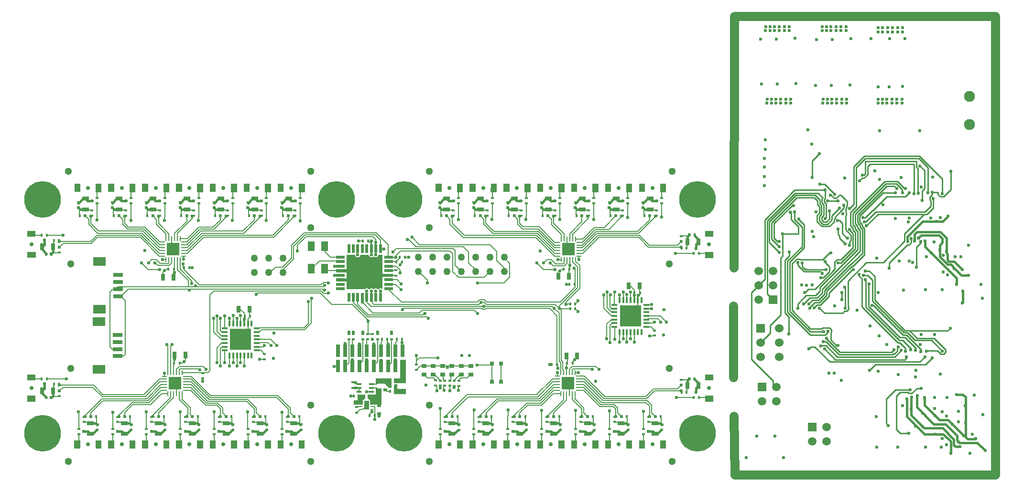
<source format=gbl>
G04*
G04 #@! TF.GenerationSoftware,Altium Limited,Altium Designer,18.1.9 (240)*
G04*
G04 Layer_Physical_Order=4*
G04 Layer_Color=16711680*
%FSLAX44Y44*%
%MOMM*%
G71*
G01*
G75*
%ADD11R,2.2000X1.6000*%
%ADD12R,1.8000X0.7000*%
%ADD19R,0.9000X0.7000*%
%ADD27R,1.2000X1.8000*%
%ADD30C,0.4000*%
%ADD34C,0.1524*%
%ADD35C,0.2540*%
%ADD36C,0.2000*%
%ADD40R,0.4500X0.6000*%
%ADD42R,0.6000X0.4000*%
%ADD43R,0.8000X1.3000*%
%ADD46C,1.6000*%
%ADD47R,1.5000X1.5000*%
%ADD48C,1.5000*%
%ADD49C,1.5240*%
%ADD50R,1.5240X1.5240*%
%ADD51C,1.9500*%
%ADD52C,0.6000*%
%ADD53C,0.7000*%
%ADD54C,1.2700*%
%ADD55C,1.3000*%
%ADD56C,6.5000*%
%ADD57R,0.7000X0.5000*%
%ADD58R,0.5000X0.7000*%
%ADD59R,0.4000X0.6000*%
%ADD60R,1.5000X0.5500*%
%ADD61R,0.5500X1.5000*%
%ADD62R,0.7500X0.7000*%
%ADD63R,0.8000X0.6000*%
%ADD64R,1.3000X0.8000*%
%ADD65R,0.5000X0.2500*%
%ADD66R,0.9000X1.6000*%
%ADD67R,0.8500X0.3500*%
%ADD68R,3.7000X3.7000*%
%ADD69R,0.3300X1.0400*%
%ADD70R,1.0400X0.3300*%
%ADD71R,0.9000X0.5000*%
%ADD72R,0.6000X0.4500*%
%ADD73R,0.7366X2.2352*%
%ADD74R,2.2000X2.2000*%
%ADD75O,0.2393X0.8571*%
%ADD76O,0.8571X0.2393*%
%ADD77R,0.8571X0.2393*%
G36*
X735538Y749388D02*
X725000D01*
Y763866D01*
X735538D01*
Y749388D01*
D02*
G37*
G36*
X675538D02*
X665000D01*
Y763866D01*
X675538D01*
Y749388D01*
D02*
G37*
G36*
X615538D02*
X605000D01*
Y763866D01*
X615538D01*
Y749388D01*
D02*
G37*
G36*
X555538D02*
X545000D01*
Y763866D01*
X555538D01*
Y749388D01*
D02*
G37*
G36*
X495538D02*
X485000D01*
Y763866D01*
X495538D01*
Y749388D01*
D02*
G37*
G36*
X435538D02*
X425000D01*
Y763866D01*
X435538D01*
Y749388D01*
D02*
G37*
G36*
X375538D02*
X365000D01*
Y763866D01*
X375538D01*
Y749388D01*
D02*
G37*
G36*
X1375458Y749385D02*
X1364920D01*
Y763863D01*
X1375458D01*
Y749385D01*
D02*
G37*
G36*
X1315458D02*
X1304920D01*
Y763863D01*
X1315458D01*
Y749385D01*
D02*
G37*
G36*
X1255458D02*
X1244920D01*
Y763863D01*
X1255458D01*
Y749385D01*
D02*
G37*
G36*
X1195458D02*
X1184920D01*
Y763863D01*
X1195458D01*
Y749385D01*
D02*
G37*
G36*
X1135458D02*
X1124920D01*
Y763863D01*
X1135458D01*
Y749385D01*
D02*
G37*
G36*
X1075458D02*
X1064920D01*
Y763863D01*
X1075458D01*
Y749385D01*
D02*
G37*
G36*
X1015458D02*
X1004920D01*
Y763863D01*
X1015458D01*
Y749385D01*
D02*
G37*
G36*
X773064Y749328D02*
X762526D01*
Y763806D01*
X773064D01*
Y749328D01*
D02*
G37*
G36*
X713064D02*
X702526D01*
Y763806D01*
X713064D01*
Y749328D01*
D02*
G37*
G36*
X653064D02*
X642526D01*
Y763806D01*
X653064D01*
Y749328D01*
D02*
G37*
G36*
X593064D02*
X582526D01*
Y763806D01*
X593064D01*
Y749328D01*
D02*
G37*
G36*
X533064D02*
X522526D01*
Y763806D01*
X533064D01*
Y749328D01*
D02*
G37*
G36*
X473064D02*
X462526D01*
Y763806D01*
X473064D01*
Y749328D01*
D02*
G37*
G36*
X413064D02*
X402526D01*
Y763806D01*
X413064D01*
Y749328D01*
D02*
G37*
G36*
X1412984Y749325D02*
X1402446D01*
Y763803D01*
X1412984D01*
Y749325D01*
D02*
G37*
G36*
X1352984D02*
X1342446D01*
Y763803D01*
X1352984D01*
Y749325D01*
D02*
G37*
G36*
X1292984D02*
X1282446D01*
Y763803D01*
X1292984D01*
Y749325D01*
D02*
G37*
G36*
X1232984D02*
X1222446D01*
Y763803D01*
X1232984D01*
Y749325D01*
D02*
G37*
G36*
X1172984D02*
X1162446D01*
Y763803D01*
X1172984D01*
Y749325D01*
D02*
G37*
G36*
X1112984D02*
X1102446D01*
Y763803D01*
X1112984D01*
Y749325D01*
D02*
G37*
G36*
X1052984D02*
X1042446D01*
Y763803D01*
X1052984D01*
Y749325D01*
D02*
G37*
G36*
X296172Y680250D02*
X296250D01*
Y670000D01*
X281500D01*
Y680250D01*
X281694D01*
Y680564D01*
X296172D01*
Y680250D01*
D02*
G37*
G36*
X1496363Y669955D02*
X1481885D01*
Y680493D01*
X1496363D01*
Y669955D01*
D02*
G37*
G36*
X911000Y604000D02*
X928000D01*
Y599000D01*
X911000D01*
Y578117D01*
X909730Y577501D01*
X908722Y578175D01*
X906957Y578526D01*
X905192Y578175D01*
X903695Y577175D01*
X903578Y577000D01*
X902364D01*
X902218Y577218D01*
X900722Y578218D01*
X898957Y578569D01*
X897192Y578218D01*
X895695Y577218D01*
X895549Y577000D01*
X894261D01*
X894218Y577065D01*
X892722Y578064D01*
X890957Y578416D01*
X889192Y578064D01*
X887695Y577065D01*
X887652Y577000D01*
X886178D01*
X884722Y577973D01*
X882957Y578324D01*
X881192Y577973D01*
X879736Y577000D01*
X847000D01*
Y591000D01*
X829000D01*
Y596000D01*
X847000D01*
Y607000D01*
X829000D01*
Y612511D01*
X847000D01*
Y638000D01*
X862387D01*
X862738Y636235D01*
X863738Y634738D01*
X865235Y633739D01*
X867000Y633387D01*
X868765Y633739D01*
X870262Y634738D01*
X871262Y636235D01*
X871613Y638000D01*
X886387D01*
X886739Y636235D01*
X887738Y634738D01*
X889235Y633739D01*
X891000Y633387D01*
X892765Y633739D01*
X894262Y634738D01*
X894365Y634893D01*
X895635D01*
X895738Y634738D01*
X897235Y633739D01*
X899000Y633387D01*
X900765Y633739D01*
X902262Y634738D01*
X903261Y636235D01*
X903613Y638000D01*
X911000D01*
Y604000D01*
D02*
G37*
G36*
X296112Y643000D02*
X296500D01*
Y632750D01*
X296112D01*
Y632500D01*
X281634D01*
Y643038D01*
X296112D01*
Y643000D01*
D02*
G37*
G36*
X1496303Y632429D02*
X1481825D01*
Y642967D01*
X1496303D01*
Y632429D01*
D02*
G37*
G36*
X927000Y402000D02*
X922596Y402000D01*
X921524Y402527D01*
Y402527D01*
X920611Y403389D01*
X915000Y409000D01*
X899000Y409000D01*
Y419000D01*
X911000D01*
X911000Y419000D01*
X927000Y419000D01*
Y402000D01*
D02*
G37*
G36*
X952000Y417000D02*
X952000D01*
Y410000D01*
X931000Y410000D01*
Y419000D01*
X942000Y419000D01*
Y452000D01*
X952000D01*
Y417000D01*
D02*
G37*
G36*
X296172Y415026D02*
X281694D01*
Y425564D01*
X296172D01*
Y415026D01*
D02*
G37*
G36*
X1496366Y414962D02*
X1481888D01*
Y425500D01*
X1496366D01*
Y414962D01*
D02*
G37*
G36*
X937000Y408350D02*
X937000Y400000D01*
X952000Y400000D01*
X952000Y391898D01*
X951102Y391000D01*
X931000Y391000D01*
Y407080D01*
X932270Y408350D01*
X937000Y408350D01*
D02*
G37*
G36*
X880000Y384000D02*
X876524Y380523D01*
X876315D01*
Y380315D01*
X876000Y380000D01*
X867000D01*
Y390000D01*
X880000D01*
Y384000D01*
D02*
G37*
G36*
X296112Y377500D02*
X281634D01*
Y388038D01*
X296112D01*
Y377500D01*
D02*
G37*
G36*
X1496306Y377436D02*
X1481828D01*
Y387974D01*
X1496306D01*
Y377436D01*
D02*
G37*
G36*
X909000Y372000D02*
X889000D01*
Y379000D01*
X888363Y379637D01*
Y380523D01*
X887477D01*
X884000Y384000D01*
X884000D01*
Y390000D01*
X899000D01*
Y401000D01*
X909000D01*
Y372000D01*
D02*
G37*
G36*
X875709D02*
X860000D01*
Y380000D01*
X875709D01*
Y372000D01*
D02*
G37*
G36*
X735474Y294197D02*
X724936D01*
Y308675D01*
X735474D01*
Y294197D01*
D02*
G37*
G36*
X675474D02*
X664936D01*
Y308675D01*
X675474D01*
Y294197D01*
D02*
G37*
G36*
X615474D02*
X604936D01*
Y308675D01*
X615474D01*
Y294197D01*
D02*
G37*
G36*
X555474D02*
X544936D01*
Y308675D01*
X555474D01*
Y294197D01*
D02*
G37*
G36*
X495474D02*
X484936D01*
Y308675D01*
X495474D01*
Y294197D01*
D02*
G37*
G36*
X435474D02*
X424936D01*
Y308675D01*
X435474D01*
Y294197D01*
D02*
G37*
G36*
X375474D02*
X364936D01*
Y308675D01*
X375474D01*
Y294197D01*
D02*
G37*
G36*
X1375474Y294194D02*
X1364936D01*
Y308672D01*
X1375474D01*
Y294194D01*
D02*
G37*
G36*
X1315474D02*
X1304936D01*
Y308672D01*
X1315474D01*
Y294194D01*
D02*
G37*
G36*
X1255474D02*
X1244936D01*
Y308672D01*
X1255474D01*
Y294194D01*
D02*
G37*
G36*
X1195474D02*
X1184936D01*
Y308672D01*
X1195474D01*
Y294194D01*
D02*
G37*
G36*
X1135474D02*
X1124936D01*
Y308672D01*
X1135474D01*
Y294194D01*
D02*
G37*
G36*
X1075474D02*
X1064936D01*
Y308672D01*
X1075474D01*
Y294194D01*
D02*
G37*
G36*
X1015474D02*
X1004936D01*
Y308672D01*
X1015474D01*
Y294194D01*
D02*
G37*
G36*
X773000Y294137D02*
X762462D01*
Y308615D01*
X773000D01*
Y294137D01*
D02*
G37*
G36*
X713000D02*
X702462D01*
Y308615D01*
X713000D01*
Y294137D01*
D02*
G37*
G36*
X653000D02*
X642462D01*
Y308615D01*
X653000D01*
Y294137D01*
D02*
G37*
G36*
X593000D02*
X582462D01*
Y308615D01*
X593000D01*
Y294137D01*
D02*
G37*
G36*
X533000D02*
X522462D01*
Y308615D01*
X533000D01*
Y294137D01*
D02*
G37*
G36*
X473000D02*
X462462D01*
Y308615D01*
X473000D01*
Y294137D01*
D02*
G37*
G36*
X413000D02*
X402462D01*
Y308615D01*
X413000D01*
Y294137D01*
D02*
G37*
G36*
X1413000Y294134D02*
X1402462D01*
Y308612D01*
X1413000D01*
Y294134D01*
D02*
G37*
G36*
X1353000D02*
X1342462D01*
Y308612D01*
X1353000D01*
Y294134D01*
D02*
G37*
G36*
X1293000D02*
X1282462D01*
Y308612D01*
X1293000D01*
Y294134D01*
D02*
G37*
G36*
X1233000D02*
X1222462D01*
Y308612D01*
X1233000D01*
Y294134D01*
D02*
G37*
G36*
X1173000D02*
X1162462D01*
Y308612D01*
X1173000D01*
Y294134D01*
D02*
G37*
G36*
X1113000D02*
X1102462D01*
Y308612D01*
X1113000D01*
Y294134D01*
D02*
G37*
G36*
X1053000D02*
X1042462D01*
Y308612D01*
X1053000D01*
Y294134D01*
D02*
G37*
%LPC*%
G36*
X944996Y398570D02*
X944012Y398374D01*
X943177Y397816D01*
X942619Y396981D01*
X942423Y395996D01*
Y395499D01*
X942619Y394515D01*
X943177Y393680D01*
X944012Y393122D01*
X944996Y392926D01*
X945981Y393122D01*
X946816Y393680D01*
X947374Y394515D01*
X947570Y395499D01*
Y395996D01*
X947374Y396981D01*
X946816Y397816D01*
X945981Y398374D01*
X944996Y398570D01*
D02*
G37*
%LPD*%
D11*
X409184Y541251D02*
D03*
Y625751D02*
D03*
X408630Y434751D02*
D03*
Y519251D02*
D03*
D12*
X442184Y602251D02*
D03*
Y589751D02*
D03*
Y564751D02*
D03*
Y577251D02*
D03*
X441630Y495751D02*
D03*
Y483251D02*
D03*
Y458251D02*
D03*
Y470751D02*
D03*
D19*
X1066895Y425658D02*
D03*
Y440658D02*
D03*
X1033761D02*
D03*
Y425658D02*
D03*
X1050328Y440658D02*
D03*
Y425658D02*
D03*
X984059Y440658D02*
D03*
Y425658D02*
D03*
X1000626Y440658D02*
D03*
Y425658D02*
D03*
X1017194Y440658D02*
D03*
Y425658D02*
D03*
D27*
X808503Y613400D02*
D03*
Y653400D02*
D03*
X784503D02*
D03*
Y613400D02*
D03*
D30*
X1840326Y670070D02*
X1867312Y697056D01*
X1902712D02*
X1867312D01*
X1840326Y662668D02*
Y670070D01*
X1897458Y655320D02*
X1902124Y659986D01*
X1897458Y634622D02*
Y655320D01*
X1902124Y659986D02*
Y667084D01*
X1909570Y643890D02*
Y667450D01*
X1898751Y678269D02*
X1857161D01*
X1909570Y667450D02*
X1898751Y678269D01*
X1902124Y667084D02*
X1896463Y672745D01*
X1909570Y640963D02*
Y643890D01*
X1911319Y639214D02*
X1909570Y640963D01*
X1937510Y612140D02*
X1923160Y626490D01*
X1913402D01*
X1911319Y628573D02*
Y639214D01*
X1913402Y626490D02*
X1911319Y628573D01*
X1927350Y585470D02*
Y596918D01*
X1871900Y652368D02*
Y662138D01*
X1927350Y596918D02*
X1871900Y652368D01*
X1924302Y613602D02*
X1916938Y620966D01*
X1857120Y367544D02*
Y387141D01*
X1887226Y337438D02*
X1857120Y367544D01*
X1907796Y337438D02*
X1887226D01*
X1943311Y340360D02*
Y385359D01*
Y314563D02*
Y340360D01*
X1870630Y371680D02*
Y384810D01*
X1897044Y345266D02*
X1870630Y371680D01*
X1912608Y345266D02*
X1897044D01*
X1870026Y330374D02*
X1846912Y353488D01*
X1903046Y330374D02*
X1870026D01*
X1922714Y310706D02*
X1903046Y330374D01*
X1922714Y300546D02*
Y310706D01*
X1928238Y316996D02*
X1907796Y337438D01*
X1928238Y308992D02*
Y316996D01*
X1920054Y337820D02*
X1912608Y345266D01*
X1901228Y319866D02*
X1889250D01*
X1901228D02*
X1901402Y320040D01*
X1904023D02*
X1901402D01*
X1917190Y306873D02*
X1904023Y320040D01*
X1870708Y319866D02*
X1839720Y350854D01*
X1917190Y285750D02*
Y306873D01*
X1889250Y319866D02*
X1870708D01*
X1940374Y317500D02*
X1920054Y337820D01*
X1943311Y314563D02*
X1940374Y317500D01*
X1846912Y353488D02*
Y364490D01*
Y385318D01*
X1847674Y386080D01*
X1946724Y311150D02*
X1943311Y314563D01*
X1960370Y311150D02*
X1946724D01*
X1960370D02*
X1961005Y311785D01*
X1964180Y304800D02*
X1932430D01*
X1931160Y306070D01*
X1978150Y290830D02*
X1964180Y304800D01*
X1943311Y385359D02*
X1938480Y390190D01*
X1931160Y306070D02*
X1928238Y308992D01*
X1925965Y297295D02*
X1922714Y300546D01*
X1933065Y297295D02*
X1925965D01*
X1938480Y390190D02*
X1927350D01*
X1839720Y350854D02*
Y382270D01*
X1853262Y674370D02*
X1857161Y678269D01*
X1860040Y668191D02*
X1864594Y672745D01*
X1896463D02*
X1864594D01*
X1902712Y697056D02*
X1912110Y706454D01*
X1924302Y613410D02*
X1924110D01*
X1853262Y669743D02*
Y674370D01*
X1841324Y661670D02*
X1840326Y662668D01*
X1853374Y662544D02*
Y669631D01*
X1853262Y662432D02*
X1853374Y662544D01*
X1860140Y668020D02*
X1860040D01*
X1860724Y667437D02*
X1860140Y668020D01*
X1860040D02*
Y668191D01*
X1853374Y669631D02*
X1853262Y669743D01*
X1924110Y613410D02*
X1923540D01*
X1924110D02*
X1924302Y613602D01*
X1935732Y601980D02*
X1924302Y613410D01*
X1938780Y553720D02*
Y574040D01*
X1916938Y620966D02*
X1911114D01*
X1897458Y634622D01*
X1948940Y601980D02*
X1935732D01*
X1857120Y387141D02*
X1858016Y388037D01*
X904996Y352004D02*
X905000Y352000D01*
X904996Y352004D02*
Y356321D01*
X1278743Y320491D02*
X1285495Y327243D01*
X1372425Y729753D02*
X1380177Y737505D01*
X1312425Y729753D02*
X1320177Y737505D01*
X1252425Y729753D02*
X1260177Y737505D01*
X1192425Y729753D02*
X1200177Y737505D01*
X1132425Y729753D02*
X1140177Y737505D01*
X1072425Y729753D02*
X1080177Y737505D01*
X1012425Y729753D02*
X1020177Y737505D01*
X1462257Y417995D02*
X1470009Y410243D01*
X1397743Y320491D02*
X1405495Y328243D01*
X1337743Y320491D02*
X1345495Y328243D01*
X1217743Y320491D02*
X1225495Y328243D01*
X1157743Y320491D02*
X1165495Y328243D01*
X1097743Y320491D02*
X1105495Y328243D01*
X732505Y729757D02*
X740257Y737509D01*
X672505Y729757D02*
X680257Y737509D01*
X612505Y729757D02*
X620257Y737509D01*
X552505Y729757D02*
X560257Y737509D01*
X492505Y729757D02*
X500257Y737509D01*
X432505Y729757D02*
X440257Y737509D01*
X372505Y729757D02*
X380257Y737509D01*
X307991Y647757D02*
X315743Y640005D01*
X757743Y320494D02*
X765495Y328246D01*
X697743Y320494D02*
X705495Y328246D01*
X637743Y320494D02*
X645495Y328246D01*
X577743Y320494D02*
X585495Y328246D01*
X307991Y392757D02*
X315743Y385005D01*
X457743Y320494D02*
X465495Y328246D01*
X517743Y320494D02*
X525495Y328246D01*
X397743Y320494D02*
X405495Y328246D01*
X1273489Y320491D02*
X1278743D01*
X1372199Y721483D02*
X1375177Y718505D01*
X1312198Y721483D02*
X1315177Y718505D01*
X1252198Y721483D02*
X1255176Y718505D01*
X1451006Y670237D02*
X1453984Y673214D01*
X1192198Y721483D02*
X1195176Y718505D01*
X1132198Y721483D02*
X1135176Y718505D01*
X1072198Y721483D02*
X1075176Y718505D01*
X1012198Y721483D02*
X1015176Y718505D01*
X1451009Y415243D02*
X1453987Y418221D01*
X1402744Y339491D02*
X1405721Y336513D01*
X1342744Y339491D02*
X1345721Y336513D01*
X1282744Y339491D02*
X1285721Y336513D01*
X1222744Y339491D02*
X1225721Y336513D01*
X1162744Y339491D02*
X1165721Y336513D01*
X1102744Y339491D02*
X1105721Y336513D01*
X732279Y721487D02*
X735257Y718509D01*
X672279Y721487D02*
X675257Y718509D01*
X612279Y721487D02*
X615257Y718509D01*
X552279Y721487D02*
X555257Y718509D01*
X492279Y721487D02*
X495257Y718509D01*
X432279Y721487D02*
X435257Y718509D01*
X372279Y721487D02*
X375257Y718509D01*
X324013Y639779D02*
X326991Y642757D01*
X762744Y339494D02*
X765721Y336516D01*
X702744Y339494D02*
X705721Y336516D01*
X642744Y339494D02*
X645721Y336516D01*
X582743Y339494D02*
X585721Y336516D01*
X324013Y384779D02*
X326991Y387757D01*
X522743Y339494D02*
X525721Y336516D01*
X462743Y339494D02*
X465721Y336516D01*
X402743Y339494D02*
X405721Y336516D01*
X1463254Y671988D02*
Y673488D01*
Y671988D02*
X1470006Y665236D01*
X1044495Y327243D02*
X1046495D01*
X1042744Y339491D02*
X1045721Y336513D01*
X1037743Y320491D02*
X1044495Y327243D01*
X1093489Y339491D02*
X1102744D01*
X1089480Y324500D02*
X1093489Y320491D01*
X1097743D01*
X1081500Y324500D02*
X1089480D01*
X1153489Y339491D02*
X1162744D01*
X1149480Y324500D02*
X1153489Y320491D01*
X1157743D01*
X1141500Y324500D02*
X1149480D01*
X1213489Y339491D02*
X1222744D01*
X1209480Y324500D02*
X1213489Y320491D01*
X1217743D01*
X1201500Y324500D02*
X1209480D01*
X1273489Y339491D02*
X1282744D01*
X1269480Y324500D02*
X1273489Y320491D01*
X1261500Y324500D02*
X1269480D01*
X1333489Y339491D02*
X1342744D01*
X1329480Y324500D02*
X1333489Y320491D01*
X1337743D01*
X1321500Y324500D02*
X1329480D01*
X1393489Y339491D02*
X1402744D01*
X1389480Y324500D02*
X1393489Y320491D01*
X1397743D01*
X1381500Y324500D02*
X1389480D01*
X326991Y387757D02*
Y397011D01*
X307991D02*
X312000Y401020D01*
Y409000D01*
X307991Y392757D02*
Y397011D01*
X393489Y339494D02*
X402743D01*
X389480Y324503D02*
X393489Y320494D01*
X381500Y324503D02*
X389480D01*
X393489Y320494D02*
X397743D01*
X453489Y339494D02*
X462743D01*
X449480Y324503D02*
X453489Y320494D01*
X441500Y324503D02*
X449480D01*
X453489Y320494D02*
X457743D01*
X513489Y339494D02*
X522743D01*
X509480Y324503D02*
X513489Y320494D01*
X501500Y324503D02*
X509480D01*
X513489Y320494D02*
X517743D01*
X573489Y339494D02*
X582743D01*
X569480Y324503D02*
X573489Y320494D01*
X561500Y324503D02*
X569480D01*
X573489Y320494D02*
X577743D01*
X633489Y339494D02*
X642744D01*
X629480Y324503D02*
X633489Y320494D01*
X621500Y324503D02*
X629480D01*
X633489Y320494D02*
X637743D01*
X1451009Y405989D02*
Y415243D01*
X1466000Y401980D02*
X1470009Y405989D01*
X1466000Y394000D02*
Y401980D01*
X1470009Y405989D02*
Y410243D01*
X693489Y339494D02*
X702744D01*
X681500Y324503D02*
X689480D01*
X693489Y320494D01*
X697743D01*
X740257Y737509D02*
X744511D01*
X748520Y733500D02*
X756500D01*
X744511Y737509D02*
X748520Y733500D01*
X735257Y718509D02*
X744511D01*
X1380177Y737505D02*
X1384431D01*
X1388440Y733497D02*
X1396420D01*
X1384431Y737505D02*
X1388440Y733497D01*
X1375177Y718505D02*
X1384431D01*
X680257Y737509D02*
X684511D01*
X688520Y733500D02*
X696500D01*
X684511Y737509D02*
X688520Y733500D01*
X675257Y718509D02*
X684511D01*
X1320177Y737505D02*
X1324431D01*
X1328440Y733497D02*
X1336420D01*
X1324431Y737505D02*
X1328440Y733497D01*
X1315177Y718505D02*
X1324431D01*
X620257Y737509D02*
X624511D01*
X628520Y733500D02*
X636500D01*
X624511Y737509D02*
X628520Y733500D01*
X615257Y718509D02*
X624511D01*
X1260177Y737505D02*
X1264431D01*
X1268440Y733497D02*
X1276420D01*
X1264431Y737505D02*
X1268440Y733497D01*
X1255176Y718505D02*
X1264431D01*
X560257Y737509D02*
X564511D01*
X568520Y733500D02*
X576500D01*
X564511Y737509D02*
X568520Y733500D01*
X555257Y718509D02*
X564511D01*
X1200177Y737505D02*
X1204431D01*
X1208440Y733497D02*
X1216420D01*
X1204431Y737505D02*
X1208440Y733497D01*
X1195176Y718505D02*
X1204431D01*
X500257Y737509D02*
X504511D01*
X508520Y733500D02*
X516500D01*
X504511Y737509D02*
X508520Y733500D01*
X495257Y718509D02*
X504511D01*
X1140177Y737505D02*
X1144431D01*
X1148440Y733497D02*
X1156420D01*
X1144431Y737505D02*
X1148440Y733497D01*
X1135176Y718505D02*
X1144431D01*
X440257Y737509D02*
X444511D01*
X448520Y733500D02*
X456500D01*
X444511Y737509D02*
X448520Y733500D01*
X435257Y718509D02*
X444511D01*
X1080177Y737505D02*
X1084431D01*
X1088440Y733497D02*
X1096420D01*
X1084431Y737505D02*
X1088440Y733497D01*
X1075176Y718505D02*
X1084431D01*
X1020177Y737505D02*
X1024431D01*
X1028440Y733497D02*
X1036420D01*
X1024431Y737505D02*
X1028440Y733497D01*
X1015176Y718505D02*
X1024431D01*
X1451006Y660982D02*
Y670237D01*
X1465997Y648993D02*
Y656973D01*
X1470006Y660982D01*
Y665236D01*
X388520Y733500D02*
X396500D01*
X384511Y737509D02*
X388520Y733500D01*
X380257Y737509D02*
X384511D01*
X375257Y718509D02*
X384511D01*
X1021500Y324500D02*
X1029480D01*
X1033489Y320491D01*
X1037743D01*
X1033489Y339491D02*
X1042744D01*
X741500Y324503D02*
X749480D01*
X753489Y320494D01*
X757743D01*
X753489Y339494D02*
X762744D01*
X326991Y642757D02*
Y652011D01*
X307991Y647757D02*
Y652011D01*
X312000Y656020D01*
Y664000D01*
D34*
X1864257Y659204D02*
Y661597D01*
X1864184Y659130D02*
X1864257Y659204D01*
D35*
X1768600Y688340D02*
Y690306D01*
X1869866Y709930D02*
X1788224D01*
X1875280D02*
X1869866D01*
X1835530Y675593D02*
X1869866Y709930D01*
X1835530Y662138D02*
Y675593D01*
X1768600Y690306D02*
X1788224Y709930D01*
X1602230Y558552D02*
X1591936Y568846D01*
X1702560Y702286D02*
Y716280D01*
X1696790Y696516D02*
X1702560Y702286D01*
X1688248Y725086D02*
X1685040Y728293D01*
X1696376Y728452D02*
X1693168Y731660D01*
X1694390Y702310D02*
X1696376Y704296D01*
X1692312Y726769D02*
X1689104Y729977D01*
X1688596Y704710D02*
X1692312Y708426D01*
X1684184Y723402D02*
X1680976Y726610D01*
X1680468Y708077D02*
X1684184Y711793D01*
Y723402D01*
X1688248Y710109D02*
Y725086D01*
X1684532Y706393D02*
X1688248Y710109D01*
X1692312Y708426D02*
Y726769D01*
X1696376Y704296D02*
Y728452D01*
X1706686Y700664D02*
Y707132D01*
X1720340Y720786D01*
Y721360D01*
X1698474Y692452D02*
X1690307D01*
X1698474D02*
X1706686Y700664D01*
X1873864Y467360D02*
X1874088Y467584D01*
X1893464D02*
X1874088D01*
X1872565Y443230D02*
X1884504Y455168D01*
X1872565Y443230D02*
X1783840D01*
X1886076Y720726D02*
Y738124D01*
X1880282Y735724D02*
Y740524D01*
X1882012Y733994D02*
X1880282Y735724D01*
X1882012Y724447D02*
Y733994D01*
X1871900Y714335D02*
X1882012Y724447D01*
X1901950Y746760D02*
Y772974D01*
X1904350Y740966D02*
X1917190Y753806D01*
X1880282Y740524D02*
X1884187Y744429D01*
X1917190Y753806D02*
Y785796D01*
X1894886Y744360D02*
Y748666D01*
X1884187D01*
Y744429D02*
Y748666D01*
X1904350Y740966D02*
X1898280D01*
X1901950Y772974D02*
X1861870Y813054D01*
X1862326Y448056D02*
X1871470Y457200D01*
X1854960Y468630D02*
Y471460D01*
X1846126Y469115D02*
Y472384D01*
X1837180Y467360D02*
Y472440D01*
X1829560Y468630D02*
X1829531D01*
X1822654Y473154D02*
X1824480Y474980D01*
X1822654Y467500D02*
Y473154D01*
X1818130Y462976D02*
X1822654Y467500D01*
X1812139Y465179D02*
X1816860Y469900D01*
X1853999Y486017D02*
X1840398Y499618D01*
X1883293Y486017D02*
X1853999D01*
X1857401Y490220D02*
X1844480Y503142D01*
X1887284Y490220D02*
X1857401D01*
X1911396Y503142D02*
X1844480D01*
X1901950Y467360D02*
X1883293Y486017D01*
X1904350Y461566D02*
X1899483D01*
X1904350D02*
X1907744Y464960D01*
X1899483Y461566D02*
X1893464Y467584D01*
X1907744Y469760D02*
X1887284Y490220D01*
X1907744Y464960D02*
Y469760D01*
X1864491Y466090D02*
X1864257D01*
X1854960Y471460D02*
X1855450Y471950D01*
X1864491Y466090D02*
Y469778D01*
X1838715Y495554D01*
X1862326Y448056D02*
X1702814D01*
X1773680Y433070D02*
X1783840Y443230D01*
X1855450Y471950D02*
X1835910Y491490D01*
X1780239Y548338D02*
X1777188D01*
X1823210Y482600D02*
X1760266Y545544D01*
X1827020Y482600D02*
X1823210D01*
X1825525Y486664D02*
X1767632Y544557D01*
X1831846Y486664D02*
X1825525D01*
X1826446Y491490D02*
X1771696Y546240D01*
X1835910Y491490D02*
X1826446D01*
X1837180Y472440D02*
X1827020Y482600D01*
X1846126Y472384D02*
X1831846Y486664D01*
X1838715Y495554D02*
X1833023D01*
X1818130Y462976D02*
X1815683D01*
X1813717Y461010D02*
X1815683Y462976D01*
X1838736Y456376D02*
Y456685D01*
X1836457Y503682D02*
X1782712Y557427D01*
X1843940Y503682D02*
X1836457D01*
X1844480Y503142D02*
X1843940Y503682D01*
X1782712Y557427D02*
Y590712D01*
X1771696Y546240D02*
Y585312D01*
X1833023Y495554D02*
X1780239Y548338D01*
X1840398Y499618D02*
X1834706D01*
X1778378Y593472D02*
X1769870Y601980D01*
X1778378Y589298D02*
Y593472D01*
X1778648Y589028D02*
X1778378Y589298D01*
X1772410Y609600D02*
X1766060D01*
X1782442Y599568D02*
X1772410Y609600D01*
X1782442Y590981D02*
Y599568D01*
X1722929Y623570D02*
X1717800D01*
X1722929D02*
X1748232Y648873D01*
X1834706Y499618D02*
X1778648Y555676D01*
Y589028D01*
X1772410Y586026D02*
Y586740D01*
X1771696Y585312D02*
X1772410Y586026D01*
X1782712Y590712D02*
X1782442Y590981D01*
X1911396Y503142D02*
X1916239Y507986D01*
X1767632Y544557D02*
Y545116D01*
X1769870Y601980D02*
X1762250D01*
X1847468Y659620D02*
Y666311D01*
X1843724Y655876D02*
X1847468Y659620D01*
X1843724Y655876D02*
X1840276D01*
X1808304Y623904D02*
X1840276Y655876D01*
X1808304Y614680D02*
Y623904D01*
X1797923Y624530D02*
X1835530Y662138D01*
X1848042Y392478D02*
X1856884Y401320D01*
X1865120D02*
X1856884D01*
X1631390Y636032D02*
Y643335D01*
X1623914Y628555D02*
X1631390Y636032D01*
X1623820Y534532D02*
Y626110D01*
X1623914Y626204D01*
Y628555D01*
X1630170Y528182D02*
X1623820Y534532D01*
X1668243Y495856D02*
X1627978Y536121D01*
Y626872D02*
X1653744Y652638D01*
X1627978Y536121D02*
Y626872D01*
X1653744Y652638D02*
Y687128D01*
X1632042Y625189D02*
X1657808Y650955D01*
X1632042Y537804D02*
Y625189D01*
X1657808Y650955D02*
Y691153D01*
X1668196Y501650D02*
X1632042Y537804D01*
X1636106Y539488D02*
Y622460D01*
X1668562Y507032D02*
X1636106Y539488D01*
X1600064Y695035D02*
X1644464Y739436D01*
X1675594D02*
X1644464D01*
X1680976Y734054D02*
X1675594Y739436D01*
X1596000Y696719D02*
X1642781Y743500D01*
X1677278D02*
X1642781D01*
X1685040Y735737D02*
X1677278Y743500D01*
X1680976Y726610D02*
Y734054D01*
X1680468Y696543D02*
Y708077D01*
X1688624Y688388D02*
X1680468Y696543D01*
X1722740Y715566D02*
X1726134Y718960D01*
Y719380D01*
X1712248Y702507D02*
Y705074D01*
X1722740Y715566D01*
X1722740D02*
X1722740D01*
X1730659Y714247D02*
Y718158D01*
X1731834Y713073D02*
X1730659Y714247D01*
X1731834Y708273D02*
Y713073D01*
X1730659Y707098D02*
X1731834Y708273D01*
X1730659Y682526D02*
Y707098D01*
X1702410Y688388D02*
X1710750Y696728D01*
Y701009D01*
X1712248Y702507D01*
X1720231Y698609D02*
X1716544D01*
X1725008Y693832D02*
X1720231Y698609D01*
X1726134Y719380D02*
X1727960Y721206D01*
X1689104Y738143D02*
X1690326Y739365D01*
X1689104Y729977D02*
Y738143D01*
X1694390Y737682D02*
Y752560D01*
X1693168Y736460D02*
X1694390Y737682D01*
X1693168Y731660D02*
Y736460D01*
X1685040Y728293D02*
Y735737D01*
X1682128Y747564D02*
X1641098D01*
X1690326Y739365D02*
X1682128Y747564D01*
X1694390Y752560D02*
X1694665Y752835D01*
X1640622D01*
X1711450Y745490D02*
X1693670Y763270D01*
X1685657D01*
X1587872Y700085D02*
X1640622Y752835D01*
X1676653Y577294D02*
X1664600D01*
X1676653D02*
X1712006Y612647D01*
X1847468Y666311D02*
X1846850Y666929D01*
X1937510Y552450D02*
X1938780Y553720D01*
X1722944Y629333D02*
X1744168Y650556D01*
X1722944Y629333D02*
X1720231D01*
X1748232Y648873D02*
Y677525D01*
X1738120Y655320D02*
Y661040D01*
X1740104Y663024D01*
Y673082D01*
X1739773Y713330D02*
X1749550Y723107D01*
X1739773Y689801D02*
Y713330D01*
X1743914Y685660D02*
X1739773Y689801D01*
X1768600Y688340D02*
X1767496Y689444D01*
X1743914Y681843D02*
Y685660D01*
X1747978Y683526D02*
Y687343D01*
X1752042Y685209D02*
Y689027D01*
X1756106Y686893D02*
Y690710D01*
X1760170Y688576D02*
Y692393D01*
X1764488Y684258D02*
X1760170Y688576D01*
X1760424Y682575D02*
X1756106Y686893D01*
X1756360Y680891D02*
X1752042Y685209D01*
X1752296Y679208D02*
X1747978Y683526D01*
X1748232Y677525D02*
X1743914Y681843D01*
X1744168Y675841D02*
X1738120Y681889D01*
Y683260D01*
X1744168Y650556D02*
Y675841D01*
X1752296Y647189D02*
Y679208D01*
X1756360Y644350D02*
Y680891D01*
X1760424Y640950D02*
Y682575D01*
X1764488Y638410D02*
Y684258D01*
X1740104Y673082D02*
X1730659Y682526D01*
X1760170Y692393D02*
X1756029Y696534D01*
X1751965Y694851D02*
Y708280D01*
X1756106Y690710D02*
X1751965Y694851D01*
X1747901Y693168D02*
Y709963D01*
X1752042Y689027D02*
X1747901Y693168D01*
X1743837Y691484D02*
Y711647D01*
X1747978Y687343D02*
X1743837Y691484D01*
X1766733Y696673D02*
X1764085D01*
X1756029Y696534D02*
Y706597D01*
X1734310Y668020D02*
X1732852D01*
X1761823Y704197D02*
Y705656D01*
Y704197D02*
Y705656D01*
X1759283Y709850D02*
X1797468Y748036D01*
X1759283Y709850D02*
X1759283Y709851D01*
X1756029Y706597D02*
X1759283Y709851D01*
X1751965Y708280D02*
X1803907Y760222D01*
X1747901Y709963D02*
X1802224Y764286D01*
X1743837Y711647D02*
X1800540Y768350D01*
X1749550Y723107D02*
Y793147D01*
X1738120Y720090D02*
Y720344D01*
X1733754Y724040D02*
Y732838D01*
X1732326Y722612D02*
X1733754Y724040D01*
X1732326Y719824D02*
Y722612D01*
X1730659Y718158D02*
X1732326Y719824D01*
X1727960Y721206D02*
Y726440D01*
X1717800Y734060D02*
X1698962D01*
X1710320Y738426D02*
X1704526Y744220D01*
X1713972Y738426D02*
X1710320D01*
X1713972D02*
X1719766Y744220D01*
X1704526D02*
X1703783D01*
X1765773Y703867D02*
X1763807D01*
X1765773D02*
X1778821Y716915D01*
X1766753Y696653D02*
X1766733Y696673D01*
X1766753Y696653D02*
X1784435Y714335D01*
X1763807Y703867D02*
X1761920Y705754D01*
X1732852Y668020D02*
X1725008Y675864D01*
X1816701Y760222D02*
X1803907D01*
X1820831Y764286D02*
X1802224D01*
X1822514Y768350D02*
X1800540D01*
X1725008Y675864D02*
Y693832D01*
X1761823Y705656D02*
X1761920Y705754D01*
X1761823Y705656D02*
X1761920Y705754D01*
X1763520Y704154D02*
X1761920Y705754D01*
X1779053Y716915D02*
X1778821D01*
X1738120Y720344D02*
X1745486Y727710D01*
Y794831D02*
X1763709Y813054D01*
X1745486Y727710D02*
Y794831D01*
X1861870Y813054D02*
X1763709D01*
X1749550Y793147D02*
X1765393Y808990D01*
X1860186D02*
X1765393D01*
X1876350Y748230D02*
Y792826D01*
X1860186Y808990D01*
X1856786Y803910D02*
X1766060D01*
X1856786Y793081D02*
Y803910D01*
X1647470Y675335D02*
X1619705D01*
X1619334Y635630D02*
Y674964D01*
X1619705Y675335D01*
X1613540Y661670D02*
X1610397D01*
X1604305Y667762D01*
Y693529D01*
X1635946Y725170D01*
X1639060D02*
X1635946D01*
X1587872Y594994D02*
Y700085D01*
X1591936Y568846D02*
Y698402D01*
X1596000Y660160D02*
Y696719D01*
X1600064Y666256D02*
Y695035D01*
X1591936Y698402D02*
X1641098Y747564D01*
X1640330Y700542D02*
Y714335D01*
X1647966Y700995D02*
Y701100D01*
X1632710Y713740D02*
Y715605D01*
X1616200Y632496D02*
X1619334Y635630D01*
X1653744Y687128D02*
X1640330Y700542D01*
X1647470Y687654D02*
X1634536Y700589D01*
X1657808Y691153D02*
X1647966Y700995D01*
X1634536Y700589D02*
Y713779D01*
X1563876Y570998D02*
X1587872Y594994D01*
X1698962Y734060D02*
X1698454Y734568D01*
X1691990Y696516D02*
X1688596Y699910D01*
Y704710D01*
X1690307Y692452D02*
X1684532Y698227D01*
Y706393D01*
X1696790Y696516D02*
X1691990D01*
X1702410Y688388D02*
X1688624D01*
X1733754Y732838D02*
X1722372Y744220D01*
X1719766D01*
X1755900Y769620D02*
X1760266Y773986D01*
X1763473D02*
X1760266D01*
X1763473D02*
X1770124Y780637D01*
Y794465D01*
X1774489Y798830D01*
X1851150D02*
X1774489D01*
X1851992Y797988D02*
X1851150Y798830D01*
X1851992Y746760D02*
Y797988D01*
X1859516Y747229D02*
X1858990Y747755D01*
X1866168Y734840D02*
Y751538D01*
X1744012Y617934D02*
X1764488Y638410D01*
X1741472Y621998D02*
X1760424Y640950D01*
X1689450Y577440D02*
X1756360Y644350D01*
X1685386Y580279D02*
X1752296Y647189D01*
X1720255Y667335D02*
Y671719D01*
X1717390Y674584D01*
Y683335D01*
X1730500Y657090D02*
X1720255Y667335D01*
X1819394Y748036D02*
X1797468D01*
X1738120Y720344D02*
X1737104Y721360D01*
X1837180Y741680D02*
X1803818D01*
X1779053Y716915D02*
X1803818Y741680D01*
X1871900Y714335D02*
X1784435D01*
X1875280Y709930D02*
X1886076Y720726D01*
X1766060Y782320D02*
Y803910D01*
X1763520Y779780D02*
X1760980D01*
X1763520D02*
X1766060Y782320D01*
X1858990Y790876D02*
X1856786Y793081D01*
X1858990Y747755D02*
Y790876D01*
X1870578Y787482D02*
X1862580Y795481D01*
X1870578Y755948D02*
Y787482D01*
X1866168Y751538D02*
X1870578Y755948D01*
X1613540Y652780D02*
X1600064Y666256D01*
X1613540Y642620D02*
X1596000Y660160D01*
X1634536Y713779D02*
X1632710Y715605D01*
X1647470Y675335D02*
Y687654D01*
X1696210Y612140D02*
X1661920D01*
X1693052Y599440D02*
X1702390Y608778D01*
Y617115D01*
X1693514Y575125D02*
X1740387Y621998D01*
X1697578Y573442D02*
X1742070Y617934D01*
X1688118Y606610D02*
X1686653Y608076D01*
X1657697D01*
X1691322Y597710D02*
X1693052Y599440D01*
X1702390Y617115D02*
X1694940Y624565D01*
X1657697Y608076D02*
X1656173Y609600D01*
X1661920Y612140D02*
X1660650Y613410D01*
X1705100Y641350D02*
X1701986D01*
X1690049Y629413D02*
X1701986Y641350D01*
X1691322Y597710D02*
X1687414D01*
X1690049Y629413D02*
X1650301D01*
X1694940Y624565D02*
Y626110D01*
X1659380Y612140D02*
X1660650Y613410D01*
X1712006Y612647D02*
Y625970D01*
X1735024Y591838D02*
X1767717Y624530D01*
X1735024Y547230D02*
Y591838D01*
X1685386Y573319D02*
Y580279D01*
X1720231Y629333D02*
X1720200Y629364D01*
X1741472Y621998D02*
X1740387D01*
X1689450Y570670D02*
Y577440D01*
X1693514Y568493D02*
Y575125D01*
X1720200Y629364D02*
X1715400D01*
X1712006Y625970D02*
X1715400Y629364D01*
X1744012Y617934D02*
X1742070D01*
X1697578Y566420D02*
Y573442D01*
X1680326Y561546D02*
X1689450Y570670D01*
X1677677Y565610D02*
X1685386Y573319D01*
X1744470Y612140D02*
X1743200D01*
X1701642Y570582D02*
X1743200Y612140D01*
X1766060Y593814D02*
Y594360D01*
X1760266Y595186D02*
X1754630Y600822D01*
X1760266Y545544D02*
Y595186D01*
X1754630Y600822D02*
Y603250D01*
X1777188Y548338D02*
X1777490Y548640D01*
X1767632Y545116D02*
X1766648Y546100D01*
X1766314D02*
Y592620D01*
X1656173Y609600D02*
X1655570D01*
Y610203D01*
X1646680Y619093D01*
Y624840D01*
X1636106Y622460D02*
X1644280Y630634D01*
X1649080D02*
X1644280D01*
X1650301Y629413D02*
X1649080Y630634D01*
X1797923Y624530D02*
X1767717D01*
X1766784Y593090D02*
X1766060Y593814D01*
X1766314Y592620D02*
X1766784Y593090D01*
X1654300Y617220D02*
Y623570D01*
X1659380Y612140D02*
X1654300Y617220D01*
X1658806Y571500D02*
X1664600Y577294D01*
X1658806Y571500D02*
X1658110D01*
X1766648Y546100D02*
X1766314D01*
X1817847Y456946D02*
X1829531Y468630D01*
X1845642Y398272D02*
X1818892D01*
X1803224Y382604D02*
X1818892Y398272D01*
X1803224Y338700D02*
Y382604D01*
X1806644Y335280D02*
X1803224Y338700D01*
X1827259Y321310D02*
X1820750Y327819D01*
X1842794Y321310D02*
X1827259D01*
X1820750Y327819D02*
Y387350D01*
X1827608Y394208D01*
X1841512D02*
X1827608D01*
X1843242Y392478D02*
X1841512Y394208D01*
X1848042Y392478D02*
X1843242D01*
X1667292Y544548D02*
X1671524Y548780D01*
X1667292Y543560D02*
Y544548D01*
X1671524Y548780D02*
Y549128D01*
X1675057Y543997D02*
X1680414Y549354D01*
X1686259D02*
X1680414D01*
X1665730Y551180D02*
X1672032Y557482D01*
X1656840Y551180D02*
X1667206Y561546D01*
X1671524Y549128D02*
X1675814Y553418D01*
X1680326Y561546D02*
X1667206D01*
X1684357Y553418D02*
X1675814D01*
X1686259Y549354D02*
X1701642Y564737D01*
Y570582D01*
X1645975Y550475D02*
X1661110Y565610D01*
X1682503Y557482D02*
X1672032D01*
X1677677Y565610D02*
X1661110D01*
X1682503Y557482D02*
X1693514Y568493D01*
X1684357Y553418D02*
X1697359Y566420D01*
X1693473Y534924D02*
X1684837Y543560D01*
X1688863Y507032D02*
X1668562D01*
X1692400Y501650D02*
X1668196D01*
X1694800Y495856D02*
X1668243D01*
X1694800D02*
X1700020Y501076D01*
X1725731Y534924D02*
X1693473D01*
X1725731D02*
X1728573Y537766D01*
X1732900D02*
X1728573D01*
X1732900D02*
X1736294Y541160D01*
Y545960D01*
X1735024Y547230D01*
X1730500Y579120D02*
X1729230Y580390D01*
X1724150Y558800D02*
Y571500D01*
X1730500Y543560D02*
Y579120D01*
X1898280Y740966D02*
X1894886Y744360D01*
X1616200Y531618D02*
Y632496D01*
X1596896Y512314D02*
X1616200Y531618D01*
X1630170Y497840D02*
Y528182D01*
X1700020Y501076D02*
Y502920D01*
X1705814Y500520D02*
Y505320D01*
X1705100Y499806D02*
X1705814Y500520D01*
X1705100Y486948D02*
Y499806D01*
X1697480Y488821D02*
Y490220D01*
X1696210Y483870D02*
X1691130D01*
X1719070Y461010D02*
X1696210Y483870D01*
X1705814Y505320D02*
X1702420Y508714D01*
X1665730Y471170D02*
X1669540Y474980D01*
X1675890D02*
X1669540D01*
X1702814Y448056D02*
X1675890Y474980D01*
X1839340Y455772D02*
X1838736Y456376D01*
X1835688Y452120D02*
X1839340Y455772D01*
X1835688Y452120D02*
X1712523D01*
X1702420Y508714D02*
X1690545D01*
X1688863Y507032D02*
X1690545Y508714D01*
X1696070Y476767D02*
X1687837D01*
X1715891Y456946D02*
X1696070Y476767D01*
X1712523Y452120D02*
X1693670Y470973D01*
X1687320Y476250D02*
X1687837Y476767D01*
X1721122Y465179D02*
X1697480Y488821D01*
X1717349Y477520D02*
X1714528D01*
X1596896Y498856D02*
Y512314D01*
X1580640Y482600D02*
X1596896Y498856D01*
X1580640Y482600D02*
X1574290D01*
X1819400Y748030D02*
X1819394Y748036D01*
X1821369Y755554D02*
X1816701Y760222D01*
X1831926Y748056D02*
Y748204D01*
X1831386Y748744D01*
Y753731D01*
X1820831Y764286D01*
X1837180Y755650D02*
X1835214D01*
X1822514Y768350D01*
X1837180Y741680D02*
X1843530Y748030D01*
X1856564Y651510D02*
X1864184Y659130D01*
X1856564Y615950D02*
Y651510D01*
X1817847Y456946D02*
X1715891D01*
X1602230Y406400D02*
Y414532D01*
X1563876Y452886D01*
Y570998D01*
X1714528Y477520D02*
X1705100Y486948D01*
X1813717Y461010D02*
X1719070D01*
X1812139Y465179D02*
X1721122D01*
X1645975Y543560D02*
Y550475D01*
X1697578Y566420D02*
X1697359D01*
X1671470Y805068D02*
X1684283Y817880D01*
X1671470Y775190D02*
Y805068D01*
D36*
X1365730Y566351D02*
Y583302D01*
X1364556Y565177D02*
X1365730Y566351D01*
X1237493Y649032D02*
Y666284D01*
X1238995Y647530D02*
X1241490Y650025D01*
X1362990Y544000D02*
Y557948D01*
Y542598D02*
Y544000D01*
X1350521Y533837D02*
X1360683Y544000D01*
X1221748Y597525D02*
Y606794D01*
X921086Y601750D02*
X921521Y601314D01*
X932250Y601750D02*
X934000Y600000D01*
X1251272Y452022D02*
X1257244Y457994D01*
Y460503D01*
X1238000Y410496D02*
X1239000Y411496D01*
X1241500Y408996D01*
X1238000Y404000D02*
Y410496D01*
X1241500Y391744D02*
Y408996D01*
X1017194Y440658D02*
X1025477D01*
X1033761D01*
X944996Y395499D02*
Y395996D01*
X908050Y440411D02*
Y452950D01*
X808000Y613000D02*
X811250Y609750D01*
X675210Y527513D02*
Y541465D01*
X537498Y649502D02*
Y666755D01*
X539000Y648000D02*
X542000Y651000D01*
X858627Y401786D02*
X868824D01*
X875709Y363499D02*
X880774Y368564D01*
X543255Y411259D02*
X545755Y408759D01*
Y391507D02*
Y408759D01*
X539000Y407005D02*
X543255Y411259D01*
X539000Y407005D02*
X543000Y403004D01*
X1362990Y544000D02*
X1364393D01*
X1360683D02*
X1362990D01*
X945032Y482000D02*
Y488539D01*
Y468707D02*
Y482000D01*
X672470Y502000D02*
Y516110D01*
Y500760D02*
Y502000D01*
X514005Y350993D02*
Y357786D01*
X540755Y384536D01*
X826250Y601750D02*
X835957D01*
X542000Y461000D02*
X542757Y460243D01*
X542499Y452500D02*
X542500D01*
X542499D02*
Y460266D01*
X826000Y618000D02*
X835957D01*
Y617750D02*
Y618000D01*
X1012982Y401690D02*
Y405662D01*
X1206697Y443504D02*
X1210754D01*
X1385677Y717260D02*
X1397445D01*
X1373915Y717244D02*
X1375177Y718505D01*
X1373915Y707006D02*
Y717244D01*
X1325677Y717260D02*
X1337445D01*
X1313915Y717244D02*
X1315177Y718505D01*
X1313915Y707006D02*
Y717244D01*
X1265677Y717260D02*
X1277445D01*
X1253915Y717244D02*
X1255176Y718505D01*
X1439507Y671498D02*
X1449745D01*
X1451006Y670237D01*
X1449761Y647968D02*
Y659736D01*
X1253915Y707006D02*
Y717244D01*
X1133915D02*
X1135176Y718505D01*
X1073915Y717244D02*
X1075176Y718505D01*
X1013915Y717244D02*
X1015176Y718505D01*
X1205677Y717260D02*
X1217445D01*
X1193915Y717244D02*
X1195176Y718505D01*
X1193915Y707006D02*
Y717244D01*
X1240748Y612299D02*
X1242493Y614044D01*
X1240748Y597525D02*
Y612299D01*
X1145677Y717260D02*
X1157445D01*
X1133915Y707006D02*
Y717244D01*
X1085677Y717260D02*
X1097445D01*
X1025677D02*
X1037445D01*
X1073915Y707006D02*
Y717244D01*
X1013915Y707006D02*
Y717244D01*
X1449747Y416505D02*
X1451009Y415243D01*
X1439509Y416505D02*
X1449747D01*
X1449763Y392975D02*
Y404743D01*
X1383827Y494039D02*
X1392264D01*
X1404005Y340753D02*
Y350990D01*
X1402744Y339491D02*
X1404005Y340753D01*
X1344005D02*
Y350990D01*
X1342744Y339491D02*
X1344005Y340753D01*
X1380475Y340737D02*
X1392243D01*
X1320475D02*
X1332243D01*
X1284005Y340753D02*
Y350990D01*
X1282744Y339491D02*
X1284005Y340753D01*
X1260475Y340737D02*
X1272243D01*
X1238502Y445987D02*
Y460245D01*
X1236500Y443984D02*
X1238502Y445987D01*
X1224005Y340753D02*
Y350990D01*
X1164005Y340753D02*
Y350990D01*
X1162744Y339491D02*
X1164005Y340753D01*
X1104005D02*
Y350990D01*
X873000Y377000D02*
Y382000D01*
X1102744Y339491D02*
X1104005Y340753D01*
X1044005D02*
Y350990D01*
X1042744Y339491D02*
X1044005Y340753D01*
X1222744Y339491D02*
X1224005Y340753D01*
X1200475Y340737D02*
X1212243D01*
X1140475D02*
X1152243D01*
X1080475D02*
X1092243D01*
X1020475D02*
X1032243D01*
X673995Y717247D02*
X675257Y718509D01*
X613995Y717247D02*
X615257Y718509D01*
X553995Y717247D02*
X555257Y718509D01*
X745757Y717263D02*
X757525D01*
X733995Y717247D02*
X735257Y718509D01*
X733995Y707009D02*
Y717247D01*
X685757Y717263D02*
X697525D01*
X673995Y707009D02*
Y717247D01*
X625757Y717263D02*
X637525D01*
X613995Y707009D02*
Y717247D01*
X565757Y717263D02*
X577525D01*
X553995Y707009D02*
Y717247D01*
X493995D02*
X495257Y718509D01*
X505757Y717263D02*
X517525D01*
X493995Y707009D02*
Y717247D01*
X445757Y717263D02*
X457525D01*
X433995Y717247D02*
X435257Y718509D01*
X433995Y707009D02*
Y717247D01*
X385757Y717263D02*
X397525D01*
X373995Y717247D02*
X375257Y718509D01*
X540495Y611495D02*
X542000Y613000D01*
X373995Y707009D02*
Y717247D01*
X328237Y653257D02*
Y665025D01*
X326991Y642757D02*
X328253Y641495D01*
X338490D01*
X693306Y452202D02*
X701744D01*
X764005Y340756D02*
Y350993D01*
X704005Y340756D02*
Y350993D01*
X644005Y340756D02*
Y350993D01*
X584005Y340756D02*
Y350993D01*
X762744Y339494D02*
X764005Y340756D01*
X740475Y340740D02*
X752243D01*
X702744Y339494D02*
X704005Y340756D01*
X680475Y340740D02*
X692243D01*
X642744Y339494D02*
X644005Y340756D01*
X620475Y340740D02*
X632243D01*
X582743Y339494D02*
X584005Y340756D01*
X542757Y445750D02*
Y445757D01*
X542000Y445000D02*
X542757Y445757D01*
X540755Y443747D02*
X542757Y445750D01*
X524005Y340756D02*
Y350993D01*
X464005Y340756D02*
Y350993D01*
X328253Y386495D02*
X338490D01*
X328237Y398257D02*
Y410025D01*
X326991Y387757D02*
X328253Y386495D01*
X404005Y340756D02*
Y350993D01*
X522743Y339494D02*
X524005Y340756D01*
X560475Y340740D02*
X572243D01*
X462743Y339494D02*
X464005Y340756D01*
X500475Y340740D02*
X512243D01*
X402743Y339494D02*
X404005Y340756D01*
X440475Y340740D02*
X452243D01*
X380475D02*
X392243D01*
X665970Y524000D02*
Y528274D01*
Y516110D02*
Y524000D01*
X592411Y413999D02*
Y419009D01*
X1241490Y650025D02*
Y654000D01*
X1085000Y554000D02*
X1090465D01*
X1081351Y550351D02*
X1085000Y554000D01*
X567000Y581000D02*
X581000D01*
X432998Y577251D02*
X440925Y580410D01*
X784524Y559712D02*
Y562524D01*
X1362990Y542598D02*
X1364393Y544000D01*
X542000Y651000D02*
Y655279D01*
X874957Y554043D02*
Y554250D01*
Y554043D02*
Y554250D01*
Y554043D02*
X893952Y535048D01*
X874957Y554043D02*
Y562750D01*
X866957Y550043D02*
X885476Y531524D01*
X859000Y553016D02*
X884016Y528000D01*
X857033Y550000D02*
X885000Y522033D01*
X850998Y497407D02*
Y500999D01*
Y497407D02*
X851374Y497032D01*
X859057D02*
Y500958D01*
X876142Y497032D02*
Y500816D01*
X1037583Y402910D02*
Y405416D01*
Y402748D02*
Y402910D01*
X945032Y468707D02*
X946150Y467589D01*
X858548Y401866D02*
X858627Y401786D01*
X868824Y395286D02*
Y401786D01*
X858548Y411866D02*
X861384D01*
X864964Y408287D01*
X868824D01*
X542500Y446015D02*
Y452500D01*
Y446015D02*
X542757Y445757D01*
X540753Y605753D02*
X542000Y607000D01*
X540753Y597995D02*
Y605753D01*
X542000Y607000D02*
Y609990D01*
X540495Y611495D02*
X542000Y609990D01*
X547498Y612013D02*
X567000Y592511D01*
X547498Y612013D02*
Y629743D01*
X552476Y612267D02*
X572951Y591792D01*
X552476Y612267D02*
Y629722D01*
X567000Y581000D02*
Y592511D01*
X572951Y586999D02*
Y591792D01*
X559243Y611757D02*
X586476Y584524D01*
X559243Y611757D02*
Y614995D01*
X872000Y376000D02*
X873000Y377000D01*
X869499Y385501D02*
X873000Y382000D01*
X869499Y385501D02*
Y387003D01*
X899000Y379000D02*
X904996Y373004D01*
Y372000D02*
Y373004D01*
X541492Y613508D02*
X542498Y614514D01*
X1029941Y397808D02*
X1030000Y397750D01*
X1029941Y397808D02*
Y405590D01*
X956000Y666000D02*
X969524Y652476D01*
X899000Y660000D02*
Y665000D01*
Y649000D02*
Y660000D01*
X963000Y669000D02*
X976000Y656000D01*
X1101000D01*
X885000Y663000D02*
X890957Y657043D01*
X969524Y652476D02*
X1053524D01*
X963048Y648952D02*
X1036048D01*
X943000Y645000D02*
X1030000D01*
X890957Y657043D02*
Y662957D01*
X921000Y633000D02*
X933000D01*
X921000Y634000D02*
Y656000D01*
X900000Y677000D02*
X921000Y656000D01*
X772000Y677000D02*
X900000D01*
X907000Y649000D02*
X908000Y648000D01*
X907000Y651000D02*
Y664000D01*
X897524Y673476D02*
X907000Y664000D01*
X773460Y673476D02*
X897524D01*
X894048Y669952D02*
X899000Y665000D01*
X774919Y669952D02*
X894048D01*
X866957Y637043D02*
Y648750D01*
X963000Y649000D02*
X963048Y648952D01*
X935000Y649000D02*
X963000D01*
X929000Y643000D02*
X935000Y649000D01*
X935546Y637546D02*
X943000Y645000D01*
X935546Y637546D02*
X935546D01*
X935000Y637000D02*
X935546Y637546D01*
X935000Y635000D02*
Y637000D01*
X1030000Y645000D02*
X1035476Y639524D01*
Y607524D02*
Y639524D01*
Y607524D02*
X1045000Y598000D01*
X1090633D01*
X1100930Y608297D01*
X893952Y535048D02*
X976048D01*
X1078000Y442000D02*
X1104275D01*
X884000Y497586D02*
X885000Y498586D01*
X989000Y528000D02*
X992000Y525000D01*
X884016Y528000D02*
X989000D01*
X981524Y531524D02*
X984000Y534000D01*
X986000D01*
X974000Y609000D02*
X990000Y593000D01*
X1073221Y539779D02*
X1079000Y534000D01*
X980779Y539779D02*
X1073221D01*
X976048Y535048D02*
X980779Y539779D01*
X885476Y531524D02*
X981524D01*
X1036048Y648952D02*
X1039000Y646000D01*
Y619427D02*
Y646000D01*
Y619427D02*
X1050130Y608297D01*
X1053524Y652476D02*
X1063000Y643000D01*
Y624000D02*
Y643000D01*
Y624000D02*
X1075530Y611470D01*
Y608297D02*
Y611470D01*
X1101000Y656000D02*
X1113000Y644000D01*
Y628000D02*
Y644000D01*
Y628000D02*
X1126330Y614670D01*
Y608297D02*
Y614670D01*
X1079000Y588000D02*
X1126000D01*
X1136000Y598000D01*
Y623000D01*
X1126330Y632670D02*
X1136000Y623000D01*
X1126330Y632670D02*
Y633697D01*
X908000Y482000D02*
X910032Y484032D01*
X908000Y467639D02*
Y482000D01*
Y467639D02*
X908050Y467589D01*
X933450Y481450D02*
X936000Y484000D01*
X933450Y467589D02*
Y481450D01*
X936032Y484538D02*
Y488539D01*
X910032Y484531D02*
Y488531D01*
X919032Y481468D02*
Y484032D01*
Y488531D01*
X919000Y484000D02*
X919032Y484032D01*
X948303Y543303D02*
X1085539D01*
X890130Y546827D02*
X1089827D01*
X895368Y550351D02*
X1081351D01*
X944125Y553875D02*
X1077875D01*
X858957Y562750D02*
X859000Y562706D01*
Y553016D02*
Y562706D01*
X821000Y550000D02*
X857033D01*
X885000Y520000D02*
Y522033D01*
X866957Y550043D02*
Y562750D01*
X868601Y662601D02*
X875846D01*
X890957Y648750D02*
Y657043D01*
X759518Y654551D02*
X774919Y669952D01*
X759518Y644482D02*
Y654551D01*
X753524Y653540D02*
X773460Y673476D01*
X753524Y630524D02*
Y653540D01*
X750000Y655000D02*
X772000Y677000D01*
X750000Y632000D02*
Y655000D01*
X734615Y611615D02*
X753524Y630524D01*
X734615Y606297D02*
Y611615D01*
X734000Y616000D02*
X750000Y632000D01*
X721000Y616000D02*
X734000D01*
X711297Y606297D02*
X721000Y616000D01*
X709215Y606297D02*
X711297D01*
X800650Y570000D02*
X820650Y550000D01*
X689000Y570000D02*
X800650D01*
X687000Y568000D02*
X689000Y570000D01*
X785000Y561000D02*
Y562048D01*
X784524Y562524D02*
X785000Y562048D01*
X772944Y505000D02*
X784524Y516580D01*
Y557288D01*
X784503Y557309D02*
Y559691D01*
Y557309D02*
X784524Y557288D01*
X779000Y516040D02*
Y555000D01*
X784503Y559691D02*
X784524Y559712D01*
X942000Y620000D02*
Y621997D01*
X935567Y617750D02*
X941998Y611319D01*
X942000Y621997D02*
X945003Y625001D01*
X941998Y605999D02*
Y611319D01*
X921957Y617750D02*
X935567D01*
X950504Y633501D02*
X957499D01*
X935003Y626003D02*
X942000Y633000D01*
X935003Y625001D02*
Y626003D01*
X934250Y625750D02*
X935000Y625000D01*
X921957Y625750D02*
X934250D01*
X921957Y601750D02*
X932250D01*
X933750Y609750D02*
X934000Y610000D01*
X921957Y609750D02*
X933750D01*
X898957Y638043D02*
X899000Y638000D01*
X898957Y638043D02*
Y648750D01*
X890957Y638043D02*
X891000Y638000D01*
X890957Y638043D02*
Y648750D01*
X867000Y637086D02*
Y638000D01*
X866957Y637043D02*
X867000Y637086D01*
X933924Y585750D02*
X943674Y576000D01*
X944000D01*
Y586000D02*
Y586423D01*
X936673Y593750D02*
X944000Y586423D01*
X921957Y593750D02*
X936673D01*
X896840Y346161D02*
X897000Y346000D01*
X896840Y346161D02*
Y352496D01*
X1257000Y537000D02*
Y537748D01*
X1252244Y542504D02*
X1257000Y537748D01*
X1252244Y542504D02*
X1252496D01*
X1257000Y555252D02*
Y557000D01*
X1252244Y550496D02*
X1257000Y555252D01*
X1224000Y543000D02*
X1224496Y542504D01*
X1243244D01*
X1236000Y550000D02*
X1236496Y550496D01*
X1243244D01*
X908000Y648000D02*
X913000D01*
X933000Y633000D02*
X934000Y634000D01*
X971000Y450000D02*
Y459000D01*
Y434000D02*
X977658Y440658D01*
X984059D01*
X971000Y444000D02*
Y450000D01*
X976000Y455000D01*
X1009000D01*
X1089827Y546827D02*
X1211173D01*
X890957Y554762D02*
X895368Y550351D01*
X1090465Y554000D02*
X1094115Y550351D01*
X1216649D01*
X921957Y576043D02*
X944125Y553875D01*
X1077875D02*
X1082524Y558524D01*
X1090925D01*
X1095574Y553875D01*
X1225366D01*
X1211173Y546827D02*
X1215000Y543000D01*
X1094115Y543303D02*
X1206697D01*
X1092115Y541303D02*
X1094115Y543303D01*
X1087539Y541303D02*
X1092115D01*
X460251Y577251D02*
X806252D01*
X1085539Y543303D02*
X1087539Y541303D01*
X1252000Y580509D02*
Y612000D01*
X1236476Y585476D02*
X1241762D01*
X1250000Y614000D02*
X1252000Y612000D01*
X1225366Y553875D02*
X1252000Y580509D01*
X1260000Y578541D02*
Y619000D01*
X1236000Y554541D02*
X1260000Y578541D01*
X1236000Y550000D02*
Y554541D01*
X1224000Y543000D02*
X1224000D01*
X1216649Y550351D02*
X1224000Y543000D01*
X1224000Y544000D02*
Y547525D01*
X1224000Y543000D02*
X1227048Y539952D01*
X1215000Y543000D02*
X1223524Y534476D01*
X1206697Y543303D02*
X1220000Y530000D01*
X1223524Y449582D02*
Y534476D01*
X1227048Y451042D02*
Y539952D01*
Y451042D02*
X1230045Y448044D01*
Y434954D02*
Y448044D01*
Y434954D02*
X1231500Y433500D01*
X1226522Y428777D02*
Y446584D01*
X1223524Y449582D02*
X1226522Y446584D01*
X1231500Y428755D02*
Y433500D01*
X1220000Y444000D02*
Y530000D01*
X946000Y541000D02*
X948303Y543303D01*
X921957Y576043D02*
Y577750D01*
X1220000Y443000D02*
X1220997Y442002D01*
Y436498D02*
Y442002D01*
X1224000Y547525D02*
X1256000Y579525D01*
Y617000D01*
X1252974Y626026D02*
X1260000Y619000D01*
X1251000Y622000D02*
X1256000Y617000D01*
X1247493Y625507D02*
Y629273D01*
Y625507D02*
X1251000Y622000D01*
X1252974Y626026D02*
Y628792D01*
X1252493Y629273D02*
X1252974Y628792D01*
X882957Y554000D02*
X890130Y546827D01*
X990000Y588000D02*
Y593000D01*
X1226500Y428755D02*
X1226522Y428777D01*
X1104275Y442000D02*
Y444911D01*
Y412911D02*
Y442000D01*
X1221252Y629273D02*
X1227493D01*
X1251500Y428755D02*
X1257741D01*
X921957Y585750D02*
X933924D01*
X806252Y577251D02*
X808431Y575072D01*
X882957Y562750D02*
Y573711D01*
Y554000D02*
Y562750D01*
X552476Y629722D02*
X552498Y629743D01*
X447751Y564751D02*
X460251Y577251D01*
X447751Y564751D02*
X455000Y556874D01*
X771484Y508524D02*
X779000Y516040D01*
X689083Y508524D02*
X771484D01*
X687820Y507260D02*
X689083Y508524D01*
X530755Y428518D02*
X530776Y428540D01*
X529000Y479000D02*
X530755Y477245D01*
Y438571D02*
Y477245D01*
X455000Y461410D02*
Y556874D01*
X451841Y458251D02*
X455000Y461410D01*
X530755Y438571D02*
X530776Y438549D01*
Y428540D02*
Y438549D01*
X441630Y458251D02*
X451841D01*
X890957Y562750D02*
Y573803D01*
X806008Y581000D02*
X808503Y583495D01*
X890957Y554762D02*
Y562750D01*
X579999Y582001D02*
X581000Y581000D01*
X579999Y582001D02*
Y582999D01*
X581000Y581000D02*
X806008D01*
X442406D02*
X567000D01*
X440925Y580410D02*
X442406Y581000D01*
X428000Y572253D02*
X432998Y577251D01*
X696505Y505000D02*
X772944D01*
X692265Y500760D02*
X696505Y505000D01*
X687820Y500760D02*
X692265D01*
X535755Y476755D02*
X538000Y479000D01*
X535755Y428518D02*
Y476755D01*
X428000Y474956D02*
Y572253D01*
Y474956D02*
X432205Y470751D01*
X441630D01*
X1385747Y549098D02*
X1387000Y550351D01*
X1378340Y549098D02*
X1385747D01*
X1378340Y542598D02*
X1387000D01*
X1242493Y614044D02*
Y619000D01*
Y629273D01*
X1232493Y623028D02*
Y629273D01*
X1231519Y622054D02*
X1232493Y623028D01*
X1216995Y622054D02*
X1231519D01*
X1258498Y629530D02*
Y635279D01*
X1237493Y623028D02*
Y629273D01*
X1232975Y618510D02*
X1237493Y623028D01*
X1349519Y558419D02*
X1349845Y558744D01*
X1356490Y565698D02*
Y570111D01*
Y557948D02*
Y565698D01*
X1044920Y704997D02*
X1045173Y705249D01*
X1044920Y701000D02*
Y704997D01*
X1104920D02*
X1105173Y705249D01*
X1104920Y701000D02*
Y704997D01*
X1165000Y705077D02*
X1165173Y705249D01*
X1165000Y701000D02*
Y705077D01*
X1284920Y701000D02*
Y709747D01*
X1224920Y701000D02*
Y728661D01*
X1225173Y728914D01*
X1285173Y710000D02*
Y728914D01*
X1284920Y709747D02*
X1285173Y710000D01*
X1247502Y448252D02*
X1251272Y452022D01*
X1247502Y445987D02*
Y448252D01*
X1242024Y435524D02*
X1246522Y440022D01*
X1242024Y434712D02*
Y435524D01*
X1241500Y434188D02*
X1242024Y434712D01*
X1241500Y428755D02*
Y434188D01*
X1236500Y437000D02*
Y443984D01*
Y428755D02*
Y437000D01*
X1238244Y460503D02*
X1238502Y460245D01*
X1356490Y570111D02*
X1356977Y570598D01*
X1364014Y565327D02*
Y565719D01*
Y565327D02*
X1364360Y564981D01*
X1362990Y557948D02*
Y563611D01*
X1336990Y557948D02*
Y572088D01*
X1330490Y557948D02*
Y567067D01*
X1349845Y558744D02*
Y572088D01*
X1437712Y640279D02*
X1437750Y640240D01*
X1430000Y640279D02*
X1437712D01*
X1349271Y583302D02*
X1356977Y575596D01*
X1372747Y359897D02*
X1373172Y360322D01*
X1372747Y329082D02*
Y359897D01*
X1437753Y385247D02*
X1437753Y385247D01*
X1431000Y385247D02*
X1437753D01*
X1012747Y352747D02*
X1012920Y352920D01*
Y365000D01*
X1072747Y362747D02*
X1073000Y363000D01*
X1132747Y352747D02*
X1133000Y353000D01*
Y362999D01*
X1192747Y352747D02*
X1192920Y352920D01*
Y361920D01*
X1252744Y352750D02*
X1252747Y352747D01*
X1252744Y352750D02*
Y361747D01*
X1312500Y361000D02*
X1312747Y360753D01*
X1321640Y510098D02*
X1322021Y509717D01*
Y488337D02*
Y509717D01*
X1317721Y516598D02*
X1321640D01*
X1313916Y512793D02*
X1317721Y516598D01*
X1313916Y482216D02*
Y512793D01*
X1316151Y523098D02*
X1321640D01*
X1307970Y514917D02*
X1316151Y523098D01*
X1307970Y488753D02*
Y514917D01*
X1302520Y542975D02*
Y566837D01*
X1315897Y529598D02*
X1321640D01*
X1302520Y542975D02*
X1315897Y529598D01*
X1308519Y543829D02*
Y571836D01*
X1316251Y536098D02*
X1321640D01*
X1308519Y543829D02*
X1316251Y536098D01*
X1313916Y566233D02*
X1314520Y566837D01*
X1313916Y545263D02*
Y566233D01*
X1316530Y542598D02*
X1321640D01*
X1313890Y545237D02*
X1313916Y545263D01*
X1313890Y545237D02*
X1316530Y542598D01*
X1321640Y571707D02*
X1321770Y571837D01*
X1321640Y549098D02*
Y571707D01*
X1343490Y567303D02*
X1343521Y567333D01*
X1343490Y557948D02*
Y567303D01*
X1349519Y558419D02*
X1349990Y557948D01*
X1356490Y482642D02*
Y501248D01*
X1349990Y488807D02*
Y501248D01*
X1343490Y482642D02*
Y501248D01*
X1336990Y488837D02*
Y501248D01*
X1330490Y483069D02*
Y501248D01*
X1330259Y482838D02*
X1330490Y483069D01*
X1386206Y510098D02*
X1392264Y504039D01*
X1378340Y510098D02*
X1386206D01*
X1378340Y529598D02*
X1402773D01*
X1413771Y518600D01*
X1379360Y524117D02*
X1397960D01*
X1378340Y523098D02*
X1379360Y524117D01*
X1397960D02*
X1403476Y518600D01*
X1389981Y516598D02*
X1391976Y518593D01*
X1378340Y516598D02*
X1389981D01*
X1356977Y570598D02*
Y575596D01*
X1346730Y583302D02*
X1349271D01*
X806086Y569548D02*
X814548D01*
X801907Y573727D02*
X806086Y569548D01*
X612000Y573727D02*
X801907D01*
X813981Y589019D02*
X815000Y588000D01*
X814548Y569548D02*
X815000Y570000D01*
X1226995Y612041D02*
X1232490D01*
X531495Y612511D02*
X532495D01*
X527000D02*
X531495D01*
X551757Y445750D02*
X556253D01*
X550757D02*
X551757D01*
X672470Y524774D02*
X675210Y527513D01*
X672470Y516110D02*
Y524774D01*
X568243Y614995D02*
X573250D01*
X558000D02*
Y622000D01*
X586476Y584524D02*
X801720D01*
X558503Y630000D02*
Y635749D01*
X542498Y614514D02*
Y629743D01*
X555755Y428518D02*
X601518D01*
X605000Y566727D02*
X612000Y573727D01*
X605000Y432000D02*
Y566727D01*
X601518Y428518D02*
X605000Y432000D01*
X551729Y435737D02*
X585525D01*
X550755Y434763D02*
X551729Y435737D01*
X585525D02*
X587001Y434261D01*
X521256Y629743D02*
X527498D01*
X806215Y589019D02*
X813981D01*
X801720Y584524D02*
X806215Y589019D01*
X898957Y562750D02*
Y573957D01*
X906957Y562750D02*
Y573913D01*
X659324Y516907D02*
Y530250D01*
X883048Y395286D02*
X890824D01*
X892780Y497032D02*
X892868Y497120D01*
X884554Y497032D02*
X892780D01*
X885000Y498586D02*
Y520000D01*
X884000Y497586D02*
X884554Y497032D01*
X914000Y601750D02*
X921086D01*
X921521Y601314D02*
X921957Y601750D01*
X926735Y497032D02*
Y500551D01*
X901967Y497032D02*
Y500925D01*
X1025477Y438327D02*
Y440658D01*
X1050328D02*
X1066895D01*
X1033761D02*
X1050328D01*
X1000626D02*
X1017194D01*
X984059D02*
X1000626D01*
X1120775Y412911D02*
Y444911D01*
X901843Y448610D02*
Y488032D01*
X901967D01*
X895350Y442117D02*
X901843Y448610D01*
X895350Y440411D02*
Y442117D01*
X876142Y488032D02*
X876209Y487965D01*
Y449766D02*
Y487965D01*
X851000Y487659D02*
X851374Y488032D01*
X926735D02*
X927000Y487767D01*
Y446661D02*
Y487767D01*
X920750Y440411D02*
X927000Y446661D01*
X919032Y481468D02*
X920750Y479750D01*
X882554Y488032D02*
X882650Y487936D01*
Y467589D02*
Y487936D01*
X869950Y443507D02*
X876209Y449766D01*
X869950Y440411D02*
Y443507D01*
X857100Y488032D02*
X857250Y487882D01*
Y467589D02*
Y487882D01*
X851000Y446861D02*
Y487659D01*
X844550Y440411D02*
X851000Y446861D01*
X1019331Y397374D02*
Y403533D01*
X1021461Y405662D01*
X1019331Y397374D02*
X1020000D01*
X1032019Y417181D02*
Y425658D01*
X1029504Y414666D02*
X1032019Y417181D01*
Y425658D02*
X1033761D01*
X1060406Y419169D02*
X1066895Y425658D01*
X1049606Y419169D02*
X1060406D01*
X1045107Y414669D02*
X1049606Y419169D01*
X1037543Y414666D02*
Y415675D01*
X1047526Y425658D01*
X1050328D01*
X1018565Y417558D02*
Y425658D01*
X1017194D02*
X1018565D01*
Y417558D02*
X1021461Y414662D01*
X984059Y425658D02*
X990549Y419169D01*
X1001000D01*
X1005232Y414936D01*
Y414662D02*
Y414936D01*
X1000626Y425658D02*
X1002805D01*
X1013041Y415423D01*
Y414662D02*
Y415423D01*
X1045000Y397165D02*
X1045107Y397272D01*
Y405669D01*
X1005232Y405662D02*
X1007000Y403894D01*
Y397032D02*
Y403894D01*
X811250Y609750D02*
X835957D01*
X809000Y643000D02*
Y653000D01*
Y643000D02*
X818250Y633750D01*
X835957D01*
X785003Y613003D02*
X799000Y627000D01*
X834000D01*
X784503Y613400D02*
Y613503D01*
X808503Y653400D02*
X808600D01*
X825000Y440000D02*
X831439D01*
X831850Y440411D01*
X920750Y467589D02*
Y479750D01*
X933450Y440411D02*
Y451450D01*
X907998Y450999D02*
Y452898D01*
X908050Y452950D01*
X869950Y467589D02*
Y479950D01*
X895350Y467589D02*
Y479650D01*
X882650Y440411D02*
Y451650D01*
X857250Y440411D02*
Y451750D01*
X844550Y467589D02*
Y480550D01*
X831850Y467589D02*
Y471850D01*
Y462150D02*
Y467589D01*
X855003Y387003D02*
X859499D01*
X864997Y357999D02*
X870497Y363499D01*
X872839D01*
X864997Y367999D02*
X865497Y368499D01*
X872839D01*
X882339Y367000D02*
Y370999D01*
X872839Y363499D02*
X875709D01*
X887840Y352496D02*
Y355162D01*
X891839Y359161D01*
X896840Y352496D02*
X897472Y353129D01*
X891839Y359161D02*
Y363499D01*
X897472Y353129D02*
Y367528D01*
X896500Y368499D02*
X897472Y367528D01*
X891839Y368499D02*
X896500D01*
X903997Y396003D02*
Y397500D01*
X916000Y398000D02*
X918000Y395999D01*
X924497D01*
X900286Y408287D02*
X904000Y412000D01*
X890824Y408287D02*
X900286D01*
X900213Y401786D02*
X904000Y398000D01*
X890824Y401786D02*
X900213D01*
X1237493Y649032D02*
X1238995Y647530D01*
X658999Y516581D02*
X659324Y516907D01*
X623396Y524396D02*
X623999Y524999D01*
X617999Y501991D02*
Y529999D01*
X611999Y501138D02*
Y524999D01*
X631120Y507260D02*
Y529870D01*
X611999Y501138D02*
X625377Y487760D01*
X623396Y503426D02*
Y524396D01*
X625377Y487760D02*
X631120D01*
X625730Y494260D02*
X631120D01*
X617999Y501991D02*
X625730Y494260D01*
X626009Y500760D02*
X631120D01*
X623370Y503400D02*
X626009Y500760D01*
X623370Y503400D02*
X623396Y503426D01*
X631120Y529870D02*
X631250Y530000D01*
X344849Y672753D02*
X345000Y672904D01*
X639739Y441000D02*
X639970Y441231D01*
X405253Y699469D02*
Y728917D01*
X394013Y693540D02*
X407602Y679952D01*
X486528D01*
X390489Y692081D02*
X406142Y676428D01*
X485052D01*
X405163Y672904D02*
X483094D01*
X393773Y661513D02*
X405163Y672904D01*
X406243Y669000D02*
X482014D01*
X395232Y657989D02*
X406243Y669000D01*
X390489Y692081D02*
Y700515D01*
X338525Y661513D02*
X393773D01*
X344985Y657989D02*
X395232D01*
X394013Y693540D02*
Y706975D01*
X383995Y707009D02*
X390489Y700515D01*
X465000Y705000D02*
X465253Y705253D01*
X465000Y699000D02*
Y705000D01*
X639970Y516110D02*
Y525230D01*
X646470Y516110D02*
Y530250D01*
X623396Y440379D02*
Y470956D01*
X617449Y446916D02*
Y473079D01*
X623396Y470956D02*
X627200Y474760D01*
X617449Y473079D02*
X625630Y481260D01*
X631500Y446500D02*
Y467880D01*
X631120Y468260D02*
X631500Y467880D01*
X524749Y704749D02*
X525253Y705253D01*
X524749Y699000D02*
Y704749D01*
X585000Y705000D02*
X585253Y705253D01*
X585000Y699000D02*
Y705000D01*
X645253Y699000D02*
Y728917D01*
X645000Y698747D02*
X645253Y699000D01*
X705253D02*
Y728917D01*
X765253Y697800D02*
Y728917D01*
X652970Y525465D02*
X653000Y525495D01*
X652970Y516110D02*
Y525465D01*
X656209Y541465D02*
X658750D01*
X666456Y528760D02*
Y533759D01*
X658750Y541465D02*
X666456Y533759D01*
X658999Y516581D02*
X659470Y516110D01*
X665970Y528274D02*
X666456Y528760D01*
X660000Y492000D02*
X663709D01*
X672470Y500760D01*
X659470Y487760D02*
X660000Y488290D01*
X707439Y482280D02*
X712956Y476763D01*
X604634Y385096D02*
X723353D01*
X572218Y417512D02*
X604634Y385096D01*
X723353D02*
X743987Y364463D01*
X316582Y417753D02*
X350778D01*
X625630Y481260D02*
X631120D01*
X627200Y474760D02*
X631120D01*
X372747Y329085D02*
Y358782D01*
X372279Y359250D02*
X372747Y358782D01*
X432747Y358747D02*
X433000Y359000D01*
X432747Y329085D02*
Y358747D01*
X639970Y441231D02*
Y459410D01*
X552747Y329085D02*
Y359242D01*
X732747Y329085D02*
Y359000D01*
X646470Y447000D02*
Y459410D01*
X665970Y440805D02*
Y459410D01*
X659470Y446970D02*
Y459410D01*
X652970Y440805D02*
Y459410D01*
X606110Y388620D02*
X724813D01*
X747511Y365922D01*
X612747Y329085D02*
Y359250D01*
X672279Y329554D02*
Y359765D01*
Y329554D02*
X672747Y329085D01*
X415697Y390019D02*
X488499D01*
X399202Y406513D02*
X415697Y390019D01*
X488499D02*
X515992Y417512D01*
X338525Y406513D02*
X399202D01*
X344985Y402989D02*
X397743D01*
X550776Y439785D02*
X592840D01*
X556253Y445750D02*
X558876Y448373D01*
X561499Y450997D01*
X712253Y487760D02*
X723250Y476763D01*
X687820Y487760D02*
X712253D01*
X687820Y481260D02*
X688839Y482280D01*
X707439D01*
X687820Y474760D02*
X699460D01*
X701456Y476755D01*
X695685Y468260D02*
X701744Y462202D01*
X687820Y468260D02*
X695685D01*
X441630Y483251D02*
X446252D01*
X436500D02*
X441630D01*
Y495751D02*
X446252D01*
X437251D02*
X441630D01*
X442184Y589751D02*
X446500D01*
X437251D02*
X442184D01*
Y602251D02*
X446500D01*
X437251D02*
X442184D01*
X1383987Y351025D02*
Y369461D01*
X1377520Y375928D02*
X1383987Y369461D01*
X1299284Y375928D02*
X1377520D01*
X1387511Y357485D02*
Y370920D01*
X1378979Y379452D02*
X1387511Y370920D01*
X1300981Y379452D02*
X1378979D01*
X1377201Y386500D02*
X1390711Y400011D01*
X1304212Y386500D02*
X1377201D01*
X1267963Y422749D02*
X1304212Y386500D01*
X1319566Y368880D02*
X1323987Y364460D01*
X1295851Y368880D02*
X1319566D01*
X1266982Y397749D02*
X1295851Y368880D01*
X1297311Y372404D02*
X1321026D01*
X1266966Y402749D02*
X1297311Y372404D01*
X1321026D02*
X1327511Y365919D01*
X1267463Y407749D02*
X1299284Y375928D01*
X1267683Y412749D02*
X1300981Y379452D01*
X1302736Y382976D02*
X1378660D01*
X1267963Y417749D02*
X1302736Y382976D01*
X1378660D02*
X1392171Y396487D01*
X1390711Y400011D02*
X1433015D01*
X1392171Y396487D02*
X1439475D01*
X1327511Y357485D02*
Y365919D01*
X1323987Y351025D02*
Y364460D01*
X1062270Y386048D02*
X1185544D01*
X1034005Y357783D02*
X1062270Y386048D01*
X1034005Y350990D02*
Y357783D01*
X1021975Y350737D02*
X1060810Y389572D01*
X1183560D01*
X1115244Y379000D02*
X1190003D01*
X1094005Y357762D02*
X1115244Y379000D01*
X1094005Y350990D02*
Y357762D01*
X1081975Y350737D02*
X1113762Y382524D01*
X1188543D01*
X1190003Y379000D02*
X1213752Y402749D01*
X1167722Y371500D02*
X1192606D01*
X1154005Y357783D02*
X1167722Y371500D01*
X1154005Y350990D02*
Y357783D01*
X1141975Y350737D02*
X1166262Y375024D01*
X1191146D01*
X1213871Y397749D01*
X1192606Y371500D02*
X1212850Y391744D01*
X1236500Y380278D02*
Y391744D01*
X1214005Y357783D02*
X1236500Y380278D01*
X1214005Y350990D02*
Y357783D01*
X1201975Y350737D02*
X1231500Y380261D01*
X1267511Y357485D02*
Y365919D01*
X1251500Y381931D02*
X1267511Y365919D01*
X1251500Y381931D02*
Y391744D01*
X1263987Y351025D02*
Y364460D01*
X1246789Y381657D02*
X1263987Y364460D01*
X1246500Y381657D02*
X1246789D01*
X1267511Y357485D02*
X1274005Y350990D01*
X1107250Y300000D02*
Y305512D01*
X1105000Y297750D02*
X1107250Y300000D01*
X1072747Y329082D02*
Y362747D01*
Y305503D02*
Y319082D01*
Y305503D02*
X1073000Y305250D01*
X1092243Y340737D02*
X1093489Y339491D01*
X1167250Y300000D02*
Y305512D01*
X1165000Y297750D02*
X1167250Y300000D01*
X1132747Y329082D02*
Y352747D01*
Y305503D02*
Y319082D01*
Y305503D02*
X1133000Y305250D01*
X1152243Y340737D02*
X1153489Y339491D01*
X1227250Y300000D02*
Y305512D01*
X1225000Y297750D02*
X1227250Y300000D01*
X1192747Y329082D02*
Y352747D01*
Y305503D02*
Y319082D01*
Y305503D02*
X1193000Y305250D01*
X1212243Y340737D02*
X1213489Y339491D01*
X1287250Y300000D02*
Y305512D01*
X1285000Y297750D02*
X1287250Y300000D01*
X1252747Y329082D02*
Y352747D01*
Y305503D02*
Y319082D01*
Y305503D02*
X1253000Y305250D01*
X1272243Y340737D02*
X1273489Y339491D01*
X1327511Y357485D02*
X1334005Y350990D01*
X1347250Y300000D02*
Y305512D01*
X1345000Y297750D02*
X1347250Y300000D01*
X1312747Y329082D02*
Y360753D01*
Y305503D02*
Y319082D01*
Y305503D02*
X1313000Y305250D01*
X1332243Y340737D02*
X1333489Y339491D01*
X1387511Y357485D02*
X1394005Y350990D01*
X1407250Y300000D02*
Y305512D01*
X1405000Y297750D02*
X1407250Y300000D01*
X1372747Y305503D02*
Y319082D01*
Y305503D02*
X1373000Y305250D01*
X1392243Y340737D02*
X1393489Y339491D01*
X1281270Y435974D02*
X1282746Y434498D01*
X1247474Y435974D02*
X1281270D01*
X1246500Y435000D02*
X1247474Y435974D01*
X1246500Y428755D02*
Y435000D01*
X1246522Y440022D02*
X1288585D01*
X1293986Y434622D01*
X1212850Y391744D02*
X1226500D01*
X1231500Y380261D02*
Y391744D01*
X1246500Y381657D02*
Y391744D01*
X1220494Y422749D02*
Y428498D01*
X1211737Y417749D02*
X1220494D01*
X1183560Y389572D02*
X1211737Y417749D01*
X1212245Y412749D02*
X1220494D01*
X1185544Y386048D02*
X1212245Y412749D01*
X1213768Y407749D02*
X1220494D01*
X1188543Y382524D02*
X1213768Y407749D01*
X1213752Y402749D02*
X1220494D01*
X1213871Y397749D02*
X1220494D01*
X1257505D02*
X1266982D01*
X1257505Y402749D02*
X1266966D01*
X1257505Y407749D02*
X1267463D01*
X1257505Y412749D02*
X1267683D01*
X1257505Y417749D02*
X1267963D01*
X1257505Y422749D02*
X1267963D01*
X515992Y417512D02*
X524749D01*
X397743Y402989D02*
X414237Y386495D01*
X490483D01*
X516500Y412512D01*
X524749D01*
X381975Y350740D02*
X413759Y382524D01*
X518023Y407512D02*
X524749D01*
X493083Y382572D02*
X518023Y407512D01*
X415219Y379000D02*
X465252D01*
X394005Y357786D02*
X415219Y379000D01*
X394005Y350993D02*
Y357786D01*
X413759Y382524D02*
X463792D01*
X466759Y375524D02*
X496822D01*
X441975Y350740D02*
X466759Y375524D01*
X468219Y372000D02*
X499880D01*
X454005Y357786D02*
X468219Y372000D01*
X463792Y382524D02*
X463840Y382572D01*
X493083D01*
X465252Y379000D02*
X465299Y379048D01*
X494543D01*
X518007Y402512D01*
X524749D01*
X454005Y350993D02*
Y357786D01*
X496822Y375524D02*
X518810Y397512D01*
X524749D01*
X499880Y372000D02*
X519387Y391507D01*
X530755D01*
X747511Y357488D02*
Y365922D01*
X572218Y422512D02*
X606110Y388620D01*
X561760Y422512D02*
X572218D01*
X743987Y351028D02*
Y364463D01*
X561760Y417512D02*
X572218D01*
X687511Y357488D02*
Y365922D01*
X671861Y381572D02*
X687511Y365922D01*
X602878Y381572D02*
X671861D01*
X571938Y412512D02*
X602878Y381572D01*
X561760Y412512D02*
X571938D01*
X683987Y351028D02*
Y364463D01*
X670401Y378048D02*
X683987Y364463D01*
X601182Y378048D02*
X670401D01*
X571718Y407512D02*
X601182Y378048D01*
X561760Y407512D02*
X571718D01*
X571221Y402512D02*
X599209Y374524D01*
X561760Y402512D02*
X571221D01*
X627511Y357488D02*
Y365922D01*
X618909Y374524D02*
X627511Y365922D01*
X599209Y374524D02*
X618909D01*
X617449Y371000D02*
X623987Y364463D01*
X597749Y371000D02*
X617449D01*
X571237Y397512D02*
X597749Y371000D01*
X561760Y397512D02*
X571237D01*
X623987Y351028D02*
Y364463D01*
X540755Y384536D02*
Y391507D01*
X501975Y350740D02*
X535755Y384519D01*
Y391507D01*
X561975Y350740D02*
X565975Y354740D01*
Y366200D01*
X550755Y381420D02*
X565975Y366200D01*
X555755Y381404D02*
X570046Y367113D01*
Y354953D02*
Y367113D01*
Y354953D02*
X574005Y350993D01*
X555755Y381404D02*
Y391507D01*
X550755Y381420D02*
Y391507D01*
X592840Y439785D02*
X598241Y434385D01*
X545755Y434763D02*
X550776Y439785D01*
X1303439Y686530D02*
X1323915Y707006D01*
X1285823Y686530D02*
X1303439D01*
X1265577Y666284D02*
X1285823Y686530D01*
X1311691Y683006D02*
X1335945Y707260D01*
X1287282Y683006D02*
X1311691D01*
X1264555Y660279D02*
X1287282Y683006D01*
X1363183Y679482D02*
X1383915Y700213D01*
X1288742Y679482D02*
X1363183D01*
X1264539Y655279D02*
X1288742Y679482D01*
X1364107Y668910D02*
X1381537Y651480D01*
X1294132Y668910D02*
X1364107D01*
X1382996Y655004D02*
X1433013D01*
X1365566Y672434D02*
X1382996Y655004D01*
X1292672Y672434D02*
X1365566D01*
X1383915Y700213D02*
Y707006D01*
X1364643Y675958D02*
X1395945Y707260D01*
X1290202Y675958D02*
X1364643D01*
X1030409Y692077D02*
Y700512D01*
Y692077D02*
X1053957Y668530D01*
X1182009D01*
X1033933Y693537D02*
X1055036Y672434D01*
X1183089D01*
X1090409Y692077D02*
X1106529Y675958D01*
X1185047D01*
X1093933Y693537D02*
X1107988Y679482D01*
X1186523D01*
X1188448Y687524D02*
X1215693Y660279D01*
X1159946Y687524D02*
X1188448D01*
X1153933Y693537D02*
X1159946Y687524D01*
X1158486Y684000D02*
X1186988D01*
X1150409Y692077D02*
Y700512D01*
Y692077D02*
X1158486Y684000D01*
X1186988D02*
X1215710Y655279D01*
X1263915Y696915D02*
Y707006D01*
X1242493Y675493D02*
X1263915Y696915D01*
X1242493Y666284D02*
Y675493D01*
X1275945Y703030D02*
Y707260D01*
X1247493Y674578D02*
X1275945Y703030D01*
X1247493Y666284D02*
Y674578D01*
X1210409Y691685D02*
X1227493Y674602D01*
X1213933Y693537D02*
X1232493Y674977D01*
Y666284D02*
Y674977D01*
X1213270Y625778D02*
Y625818D01*
X1201990Y629273D02*
X1209815D01*
X1213270Y625818D01*
Y625778D02*
X1216995Y622054D01*
X1196247Y623530D02*
X1201990Y629273D01*
X1212766Y618510D02*
X1232975D01*
X1207746Y623530D02*
X1212766Y618510D01*
X1252493Y666284D02*
X1265577D01*
X1227493D02*
Y674602D01*
X1183995Y623530D02*
X1195995Y611530D01*
X1215995D01*
X1265501Y640279D02*
X1294132Y668910D01*
X1258498Y640279D02*
X1265501D01*
X1265517Y645279D02*
X1292672Y672434D01*
X1258498Y645279D02*
X1265517D01*
X1264523Y650279D02*
X1290202Y675958D01*
X1258498Y650279D02*
X1264523D01*
X1258498Y655279D02*
X1264539D01*
X1258498Y660279D02*
X1264555D01*
X1215693D02*
X1221487D01*
X1215710Y655279D02*
X1221487D01*
X1215726Y650279D02*
X1221487D01*
X1186523Y679482D02*
X1215726Y650279D01*
Y645279D02*
X1221487D01*
X1185047Y675958D02*
X1215726Y645279D01*
X1215244Y640279D02*
X1221487D01*
X1183089Y672434D02*
X1215244Y640279D01*
X1215260Y635279D02*
X1221487D01*
X1182009Y668530D02*
X1215260Y635279D01*
X1224372Y609417D02*
X1226995Y612041D01*
X1221748Y606794D02*
X1224372Y609417D01*
X550755Y428518D02*
Y434763D01*
X545755Y428518D02*
Y434763D01*
X540755Y428518D02*
Y443747D01*
X524749Y422512D02*
Y428261D01*
X561499Y450997D02*
Y460266D01*
X585828Y687000D02*
X610778D01*
X565582Y666755D02*
X585828Y687000D01*
X552498Y666755D02*
X565582D01*
X612238Y683476D02*
X636025Y707263D01*
X587287Y683476D02*
X612238D01*
X564560Y660749D02*
X587287Y683476D01*
X558503Y660749D02*
X564560D01*
X564544Y655749D02*
X588747Y679952D01*
X558503Y655749D02*
X564544D01*
X588747Y679952D02*
X663730D01*
X665190Y676428D02*
X696025Y707263D01*
X564528Y650749D02*
X590207Y676428D01*
X558503Y650749D02*
X564528D01*
X592677Y672904D02*
X716682D01*
X565522Y645749D02*
X592677Y672904D01*
X558503Y645749D02*
X565522D01*
X590207Y676428D02*
X665190D01*
X718142Y669380D02*
X756025Y707263D01*
X594137Y669380D02*
X718142D01*
X565506Y640749D02*
X594137Y669380D01*
X515265Y635749D02*
X521492D01*
X482014Y669000D02*
X515265Y635749D01*
X515698Y660749D02*
X521492D01*
X489447Y687000D02*
X515698Y660749D01*
X460554Y687000D02*
X489447D01*
X515714Y655749D02*
X521492D01*
X487988Y683476D02*
X515714Y655749D01*
X459094Y683476D02*
X487988D01*
X486528Y679952D02*
X515731Y650749D01*
X485052Y676428D02*
X515731Y645749D01*
X483094Y672904D02*
X515249Y640749D01*
X515731Y650749D02*
X521492D01*
X515249Y640749D02*
X521492D01*
X743995Y700217D02*
Y707009D01*
X716682Y672904D02*
X743995Y700217D01*
X663730Y679952D02*
X683995Y700217D01*
X610778Y687000D02*
X623995Y700217D01*
X558503Y640749D02*
X565506D01*
X683995Y700217D02*
Y707009D01*
X623995Y700217D02*
Y707009D01*
X574013Y702000D02*
Y706975D01*
X573482Y702000D02*
X574013D01*
X547498Y676016D02*
X573482Y702000D01*
X547498Y666755D02*
Y676016D01*
X563995Y697497D02*
Y707009D01*
X542498Y676000D02*
X563995Y697497D01*
X542498Y666755D02*
Y676000D01*
X515731Y645749D02*
X521492D01*
X450489Y692081D02*
Y700515D01*
Y692081D02*
X459094Y683476D01*
X454013Y693540D02*
X460554Y687000D01*
X510489Y692081D02*
X527498Y675072D01*
Y666755D02*
Y675072D01*
X514013Y693540D02*
Y706975D01*
Y693540D02*
X532498Y675056D01*
Y666755D02*
Y675056D01*
X537498Y649502D02*
X539000Y648000D01*
X484000Y624000D02*
X496000Y612000D01*
X516000D01*
X512771Y618980D02*
X532980D01*
X517000Y622524D02*
X531524D01*
X513275Y626249D02*
X517000Y622524D01*
X496252Y624000D02*
X501995Y629743D01*
X509820D01*
X513275Y626288D01*
Y626249D02*
Y626288D01*
X507751Y624000D02*
X512771Y618980D01*
X531524Y622524D02*
X532498Y623498D01*
X524377Y609888D02*
X527000Y612511D01*
X521753Y607264D02*
X524377Y609888D01*
X532980Y618980D02*
X537498Y623498D01*
X532498Y623498D02*
Y629743D01*
X537498Y623498D02*
Y629743D01*
X521753Y597995D02*
Y607264D01*
X338490Y396495D02*
X344985Y402989D01*
X285250Y385500D02*
X287500Y383250D01*
X293012D01*
X293003Y417753D02*
X306582D01*
X292750Y417500D02*
X293003Y417753D01*
X326991Y397011D02*
X328237Y398257D01*
X405000Y297753D02*
X407250Y300003D01*
Y305515D01*
X372747Y305506D02*
Y319085D01*
Y305506D02*
X373000Y305253D01*
X392243Y340740D02*
X393489Y339494D01*
X465000Y297753D02*
X467250Y300003D01*
Y305515D01*
X432747Y305506D02*
Y319085D01*
Y305506D02*
X433000Y305253D01*
X452243Y340740D02*
X453489Y339494D01*
X525000Y297753D02*
X527250Y300003D01*
Y305515D01*
X492747Y329085D02*
Y359242D01*
Y305506D02*
Y319085D01*
Y305506D02*
X493000Y305253D01*
X512243Y340740D02*
X513489Y339494D01*
X585000Y297753D02*
X587250Y300003D01*
Y305515D01*
X552747Y305506D02*
Y319085D01*
Y305506D02*
X553000Y305253D01*
X572243Y340740D02*
X573489Y339494D01*
X627511Y357488D02*
X634005Y350993D01*
X645000Y297753D02*
X647250Y300003D01*
Y305515D01*
X612747Y305506D02*
Y319085D01*
Y305506D02*
X613000Y305253D01*
X632243Y340740D02*
X633489Y339494D01*
X1433015Y400011D02*
X1439509Y406505D01*
X1490500Y419750D02*
X1492750Y417500D01*
X1484988Y419750D02*
X1490500D01*
X1437753Y385247D02*
X1461418D01*
X1471418D02*
X1484997D01*
X1485250Y385500D01*
X1449763Y404743D02*
X1451009Y405989D01*
X687511Y357488D02*
X694005Y350993D01*
X705000Y297753D02*
X707250Y300003D01*
Y305515D01*
X672747Y305506D02*
Y319085D01*
Y305506D02*
X673000Y305253D01*
X692243Y340740D02*
X693489Y339494D01*
X730750Y758000D02*
X733000Y760250D01*
X730750Y752488D02*
Y758000D01*
X765000Y752750D02*
X765253Y752497D01*
Y738917D02*
Y752497D01*
X744511Y718509D02*
X745757Y717263D01*
X1370670Y757997D02*
X1372920Y760247D01*
X1370670Y752485D02*
Y757997D01*
X1404920Y752747D02*
X1405173Y752494D01*
Y738914D02*
Y752494D01*
Y705249D02*
Y728914D01*
X1384431Y718505D02*
X1385677Y717260D01*
X670750Y758000D02*
X673000Y760250D01*
X670750Y752488D02*
Y758000D01*
X705000Y752750D02*
X705253Y752497D01*
Y738917D02*
Y752497D01*
X684511Y718509D02*
X685757Y717263D01*
X1310670Y757997D02*
X1312920Y760247D01*
X1310670Y752485D02*
Y757997D01*
X1344920Y752747D02*
X1345173Y752494D01*
Y738914D02*
Y752494D01*
Y705249D02*
Y728914D01*
X1324431Y718505D02*
X1325677Y717260D01*
X610750Y758000D02*
X613000Y760250D01*
X610750Y752488D02*
Y758000D01*
X645000Y752750D02*
X645253Y752497D01*
Y738917D02*
Y752497D01*
X624511Y718509D02*
X625757Y717263D01*
X1250670Y757997D02*
X1252920Y760247D01*
X1250670Y752485D02*
Y757997D01*
X1284920Y752747D02*
X1285173Y752494D01*
Y738914D02*
Y752494D01*
X1264431Y718505D02*
X1265677Y717260D01*
X550750Y758000D02*
X553000Y760250D01*
X550750Y752488D02*
Y758000D01*
X585000Y752750D02*
X585253Y752497D01*
Y738917D02*
Y752497D01*
Y705253D02*
Y728917D01*
X564511Y718509D02*
X565757Y717263D01*
X1210409Y691685D02*
Y700512D01*
X1203915Y707006D02*
X1210409Y700512D01*
X1213933Y693537D02*
Y706971D01*
X1190670Y757997D02*
X1192920Y760247D01*
X1190670Y752485D02*
Y757997D01*
X1224920Y752747D02*
X1225173Y752494D01*
Y738914D02*
Y752494D01*
X1204431Y718505D02*
X1205677Y717260D01*
X510489Y692081D02*
Y700515D01*
X503995Y707009D02*
X510489Y700515D01*
X490750Y758000D02*
X493000Y760250D01*
X490750Y752488D02*
Y758000D01*
X525000Y752750D02*
X525253Y752497D01*
Y738917D02*
Y752497D01*
Y705253D02*
Y728917D01*
X504511Y718509D02*
X505757Y717263D01*
X1143915Y707006D02*
X1150409Y700512D01*
X1153933Y693537D02*
Y706971D01*
X1130670Y757997D02*
X1132920Y760247D01*
X1130670Y752485D02*
Y757997D01*
X1164920Y752747D02*
X1165173Y752494D01*
Y738914D02*
Y752494D01*
Y705249D02*
Y728914D01*
X1144431Y718505D02*
X1145677Y717260D01*
X443995Y707009D02*
X450489Y700515D01*
X454013Y693540D02*
Y706975D01*
X430750Y758000D02*
X433000Y760250D01*
X430750Y752488D02*
Y758000D01*
X465000Y752750D02*
X465253Y752497D01*
Y738917D02*
Y752497D01*
Y705253D02*
Y728917D01*
X444511Y718509D02*
X445757Y717263D01*
X1090409Y692077D02*
Y700512D01*
X1083915Y707006D02*
X1090409Y700512D01*
X1093933Y693537D02*
Y706971D01*
X1070670Y757997D02*
X1072920Y760247D01*
X1070670Y752485D02*
Y757997D01*
X1104920Y752747D02*
X1105173Y752494D01*
Y738914D02*
Y752494D01*
Y705249D02*
Y728914D01*
X1084431Y718505D02*
X1085677Y717260D01*
X1023915Y707006D02*
X1030409Y700512D01*
X1033933Y693537D02*
Y706971D01*
X1010670Y757997D02*
X1012920Y760247D01*
X1010670Y752485D02*
Y757997D01*
X1044920Y752747D02*
X1045173Y752494D01*
Y738914D02*
Y752494D01*
Y705249D02*
Y728914D01*
X1024431Y718505D02*
X1025677Y717260D01*
X1449761Y659736D02*
X1451006Y660982D01*
X1437750Y640240D02*
X1461415D01*
X1471415D02*
X1484995D01*
X1485247Y640493D01*
X1484986Y674743D02*
X1490497D01*
X1492747Y672493D01*
X1381537Y651480D02*
X1439472D01*
X1433013Y655004D02*
X1439507Y661498D01*
X370750Y758000D02*
X373000Y760250D01*
X370750Y752488D02*
Y758000D01*
X405253Y738917D02*
Y752497D01*
X405000Y752750D02*
X405253Y752497D01*
X384511Y718509D02*
X385757Y717263D01*
X1045000Y297750D02*
X1047250Y300000D01*
Y305512D01*
X1012747Y305503D02*
Y319082D01*
Y305503D02*
X1013000Y305250D01*
X1012747Y329082D02*
Y352747D01*
X1032243Y340737D02*
X1033489Y339491D01*
X747511Y357488D02*
X754005Y350993D01*
X765000Y297753D02*
X767250Y300003D01*
Y305515D01*
X732747Y305506D02*
Y319085D01*
Y305506D02*
X733000Y305253D01*
X752243Y340740D02*
X753489Y339494D01*
X338490Y651495D02*
X344985Y657989D01*
X316582Y672753D02*
X344849D01*
X285250Y640500D02*
X287500Y638250D01*
X293012D01*
X292750Y672500D02*
X293003Y672753D01*
X306582D01*
X326991Y652011D02*
X328237Y653257D01*
D40*
X666456Y528760D02*
D03*
X676456D02*
D03*
X1356977Y570598D02*
D03*
X1366977D02*
D03*
X923497Y405000D02*
D03*
X933497D02*
D03*
X859499Y387003D02*
D03*
X869499D02*
D03*
X1463254Y673488D02*
D03*
X1453254D02*
D03*
X314743Y385005D02*
D03*
X324743D02*
D03*
X1463257Y417995D02*
D03*
X1453257D02*
D03*
X314743Y639005D02*
D03*
X324743D02*
D03*
X1247502Y445987D02*
D03*
X1237502D02*
D03*
X1231490Y612544D02*
D03*
X1241490D02*
D03*
X551757Y445750D02*
D03*
X541757D02*
D03*
X531495Y612511D02*
D03*
X541495D02*
D03*
X945003Y625001D02*
D03*
X935003D02*
D03*
D42*
X592411Y419009D02*
D03*
Y428009D02*
D03*
X701744Y452702D02*
D03*
Y461702D02*
D03*
X1392264Y494539D02*
D03*
Y503539D02*
D03*
X876142Y488032D02*
D03*
Y497032D02*
D03*
X884554D02*
D03*
Y488032D02*
D03*
X892868Y488120D02*
D03*
Y497120D02*
D03*
X970539Y443338D02*
D03*
Y434338D02*
D03*
X1038004Y405416D02*
D03*
Y414416D02*
D03*
X1012982Y405662D02*
D03*
Y414662D02*
D03*
X1021041Y405662D02*
D03*
Y414662D02*
D03*
X1012747Y328582D02*
D03*
Y319582D02*
D03*
X765253Y729417D02*
D03*
Y738418D02*
D03*
X1072747Y328582D02*
D03*
Y319582D02*
D03*
X1405173Y729414D02*
D03*
Y738414D02*
D03*
X372747Y328585D02*
D03*
Y319585D02*
D03*
X705253Y729417D02*
D03*
Y738418D02*
D03*
X1132747Y328582D02*
D03*
Y319582D02*
D03*
X1345173Y729414D02*
D03*
Y738414D02*
D03*
X432747Y328585D02*
D03*
Y319585D02*
D03*
X645253Y729417D02*
D03*
Y738418D02*
D03*
X1285173Y729414D02*
D03*
Y738414D02*
D03*
X492747Y328585D02*
D03*
Y319585D02*
D03*
X585253Y729417D02*
D03*
Y738418D02*
D03*
X1252747Y328582D02*
D03*
Y319582D02*
D03*
X1225173Y729414D02*
D03*
Y738414D02*
D03*
X552747Y328585D02*
D03*
Y319585D02*
D03*
X525253Y729417D02*
D03*
Y738418D02*
D03*
X1312747Y328582D02*
D03*
Y319582D02*
D03*
X1165173Y729414D02*
D03*
Y738414D02*
D03*
X612747Y328585D02*
D03*
Y319585D02*
D03*
X465253Y729417D02*
D03*
Y738418D02*
D03*
X1372747Y328582D02*
D03*
Y319582D02*
D03*
X1105173Y729414D02*
D03*
Y738414D02*
D03*
X672747Y328585D02*
D03*
Y319585D02*
D03*
X405253Y729417D02*
D03*
Y738418D02*
D03*
X1045173Y729414D02*
D03*
Y738414D02*
D03*
X732747Y328585D02*
D03*
Y319585D02*
D03*
X1021975Y350237D02*
D03*
Y341237D02*
D03*
X756025Y707763D02*
D03*
Y716763D02*
D03*
X1081975Y350237D02*
D03*
Y341237D02*
D03*
X1395945Y707760D02*
D03*
Y716760D02*
D03*
X381975Y350240D02*
D03*
Y341240D02*
D03*
X696025Y707763D02*
D03*
Y716763D02*
D03*
X1141975Y350237D02*
D03*
Y341237D02*
D03*
X1335945Y707760D02*
D03*
Y716760D02*
D03*
X441975Y350240D02*
D03*
Y341240D02*
D03*
X636025Y707763D02*
D03*
Y716763D02*
D03*
X1201975Y350237D02*
D03*
Y341237D02*
D03*
X1275945Y707760D02*
D03*
Y716760D02*
D03*
X501975Y350240D02*
D03*
Y341240D02*
D03*
X576025Y707763D02*
D03*
Y716763D02*
D03*
X1261975Y350237D02*
D03*
Y341237D02*
D03*
X1215945Y707760D02*
D03*
Y716760D02*
D03*
X561975Y350240D02*
D03*
Y341240D02*
D03*
X516025Y707763D02*
D03*
Y716763D02*
D03*
X1321975Y350237D02*
D03*
Y341237D02*
D03*
X1155945Y707760D02*
D03*
Y716760D02*
D03*
X621975Y350240D02*
D03*
Y341240D02*
D03*
X456025Y707763D02*
D03*
Y716763D02*
D03*
X1381975Y350237D02*
D03*
Y341237D02*
D03*
X1095945Y707760D02*
D03*
Y716760D02*
D03*
X681975Y350240D02*
D03*
Y341240D02*
D03*
X396025Y707763D02*
D03*
Y716763D02*
D03*
X1035945Y707760D02*
D03*
Y716760D02*
D03*
X741975Y350240D02*
D03*
Y341240D02*
D03*
X1439507Y661998D02*
D03*
Y670998D02*
D03*
X338490Y395995D02*
D03*
Y386995D02*
D03*
X1439509Y407005D02*
D03*
Y416005D02*
D03*
X338490Y650995D02*
D03*
Y641995D02*
D03*
X926735Y497032D02*
D03*
Y488032D02*
D03*
X901967Y497032D02*
D03*
Y488032D02*
D03*
X859057D02*
D03*
Y497032D02*
D03*
X851374D02*
D03*
Y488032D02*
D03*
X1192747Y328582D02*
D03*
Y319582D02*
D03*
X1046293Y414416D02*
D03*
Y405416D02*
D03*
X1004857Y414919D02*
D03*
Y405919D02*
D03*
X1029941Y414590D02*
D03*
Y405590D02*
D03*
D43*
X521753Y597995D02*
D03*
X540753D02*
D03*
X561499Y460266D02*
D03*
X542499D02*
D03*
X1222238Y600026D02*
D03*
X1241238D02*
D03*
X1255244Y458754D02*
D03*
X1236244D02*
D03*
X1346730Y583302D02*
D03*
X1365730D02*
D03*
X656209Y541465D02*
D03*
X675210D02*
D03*
X326991Y397011D02*
D03*
X307991D02*
D03*
X1451009Y405989D02*
D03*
X1470009D02*
D03*
X1470006Y660982D02*
D03*
X1451006D02*
D03*
X307991Y652011D02*
D03*
X326991D02*
D03*
D46*
X1532380Y420370D02*
Y547370D01*
X1995930Y247650D02*
X1534446D01*
X1533176Y351978D01*
X1532896Y615437D02*
X1533650Y1061720D01*
X1995930Y247650D02*
Y1061720D01*
X1533650Y1061720D02*
X1995930Y1061720D01*
D47*
X1602230Y558802D02*
D03*
X1583180Y403860D02*
D03*
X1672080Y332740D02*
D03*
D48*
X1576830Y558802D02*
D03*
X1602230Y584202D02*
D03*
X1576830D02*
D03*
X1602230Y609603D02*
D03*
X1576830D02*
D03*
X1608580Y403860D02*
D03*
X1583180Y378460D02*
D03*
X1608580D02*
D03*
X1697480Y307340D02*
D03*
X1672080D02*
D03*
X1697480Y332740D02*
D03*
D49*
X1613660Y457200D02*
D03*
Y482600D02*
D03*
Y508000D02*
D03*
X1580640Y457200D02*
D03*
Y482600D02*
D03*
D50*
Y508000D02*
D03*
D51*
X1950210Y869080D02*
D03*
Y919080D02*
D03*
D52*
X1842380Y696073D02*
D03*
X1843876Y703596D02*
D03*
X1887980Y660453D02*
D03*
X1909570Y643890D02*
D03*
X1891790Y697230D02*
D03*
X1897537Y646430D02*
D03*
X1882900Y641368D02*
D03*
X1873864Y635000D02*
D03*
X1924810D02*
D03*
X1948940Y655320D02*
D03*
X1970530Y585470D02*
D03*
X1973070Y561340D02*
D03*
X1934739Y635000D02*
D03*
X1889250Y352746D02*
D03*
X1867660Y356696D02*
D03*
X1909570Y351790D02*
D03*
X1901950Y312420D02*
D03*
X1889250Y319866D02*
D03*
X1867794Y333150D02*
D03*
X1846912Y364490D02*
D03*
X1942930Y370840D02*
D03*
X1943311Y340360D02*
D03*
X1940374Y317500D02*
D03*
X1920054Y337820D02*
D03*
X1854960Y334334D02*
D03*
X1909570Y300990D02*
D03*
X1910506Y384800D02*
D03*
X1951480Y285740D02*
D03*
X1955290Y320030D02*
D03*
X1974340Y354320D02*
D03*
X1959050Y388660D02*
D03*
X1931160Y341630D02*
D03*
Y360670D02*
D03*
X1855294Y433070D02*
D03*
X1702560Y716280D02*
D03*
X1678390Y714335D02*
D03*
X1884504Y455168D02*
D03*
X1886076Y738124D02*
D03*
X1901950Y746760D02*
D03*
X1884187Y748666D02*
D03*
X1871470Y457200D02*
D03*
X1854960Y468630D02*
D03*
X1846126Y469115D02*
D03*
X1837180Y467360D02*
D03*
X1829560Y468630D02*
D03*
X1816860Y469900D02*
D03*
X1824480Y474980D02*
D03*
X1864451Y496570D02*
D03*
X1873864Y467360D02*
D03*
X1901950D02*
D03*
X1888314Y496570D02*
D03*
X1864257Y466090D02*
D03*
X1863514Y478948D02*
D03*
X1838736Y456685D02*
D03*
X1766060Y609600D02*
D03*
X1772410Y586740D02*
D03*
X1788920Y571500D02*
D03*
X1782570Y787400D02*
D03*
X1825750Y627380D02*
D03*
X1833370Y575310D02*
D03*
X1961005Y311785D02*
D03*
X1931160Y306070D02*
D03*
X1933065Y297295D02*
D03*
X1927350Y390190D02*
D03*
X1865120Y401320D02*
D03*
X1804199Y478790D02*
D03*
X1788959Y431800D02*
D03*
X1726040Y710673D02*
D03*
X1720340Y721360D02*
D03*
X1716544Y698609D02*
D03*
X1694665Y752835D02*
D03*
X1685657Y763270D02*
D03*
X1672080Y584276D02*
D03*
X1642870Y942340D02*
D03*
X1581910Y941070D02*
D03*
X1609850D02*
D03*
X1641600Y1022350D02*
D03*
X1580640Y1021080D02*
D03*
X1608580D02*
D03*
X1738743Y939800D02*
D03*
X1677782Y938530D02*
D03*
X1705723D02*
D03*
X1697480Y1042670D02*
D03*
X1713990D02*
D03*
X1731770D02*
D03*
X1722841D02*
D03*
X1722802Y1035653D02*
D03*
X1731731D02*
D03*
X1713951D02*
D03*
X1697441D02*
D03*
X1705100Y1042670D02*
D03*
Y1035653D02*
D03*
X1689860Y1042670D02*
D03*
X1689487Y1035653D02*
D03*
X1597150Y1042670D02*
D03*
X1613660D02*
D03*
X1631440D02*
D03*
X1622511D02*
D03*
X1622472Y1035653D02*
D03*
X1631401D02*
D03*
X1613621D02*
D03*
X1597111D02*
D03*
X1604770Y1042670D02*
D03*
Y1035653D02*
D03*
X1589530Y1042670D02*
D03*
X1589157Y1035653D02*
D03*
X1599690Y914400D02*
D03*
X1616200D02*
D03*
X1633980D02*
D03*
X1625051D02*
D03*
X1625012Y907383D02*
D03*
X1633941D02*
D03*
X1616161D02*
D03*
X1599651D02*
D03*
X1607310Y914400D02*
D03*
Y907383D02*
D03*
X1592070Y914400D02*
D03*
X1591697Y907383D02*
D03*
X1698750Y914400D02*
D03*
X1715260D02*
D03*
X1733040D02*
D03*
X1724111D02*
D03*
X1724072Y907383D02*
D03*
X1733001D02*
D03*
X1715221D02*
D03*
X1698711D02*
D03*
X1706370Y914400D02*
D03*
Y907383D02*
D03*
X1691130Y914400D02*
D03*
X1690757Y907383D02*
D03*
X1707679Y1020000D02*
D03*
X1679739D02*
D03*
X1740699Y1021270D02*
D03*
X1823210Y1041400D02*
D03*
Y1033780D02*
D03*
X1788959D02*
D03*
Y1041400D02*
D03*
X1805508D02*
D03*
X1805469Y1033780D02*
D03*
X1809189Y1021270D02*
D03*
X1776259D02*
D03*
X1835949D02*
D03*
X1808343Y935990D02*
D03*
X1788625D02*
D03*
X1831965Y937260D02*
D03*
X1788586Y907383D02*
D03*
X1788959Y914400D02*
D03*
X1804199Y907383D02*
D03*
Y914400D02*
D03*
X1881630Y703580D02*
D03*
X1899076Y703722D02*
D03*
X1912110Y706454D02*
D03*
X1911776Y602122D02*
D03*
X1864257Y661597D02*
D03*
X1860040Y668020D02*
D03*
X1846850Y666929D02*
D03*
X1923540Y613410D02*
D03*
X1938780Y574040D02*
D03*
X1767496Y689444D02*
D03*
X1764085Y696673D02*
D03*
X1738120Y683260D02*
D03*
X1734310Y668020D02*
D03*
X1761823Y704197D02*
D03*
X1738120Y720090D02*
D03*
X1727960Y726440D02*
D03*
X1717800Y734060D02*
D03*
X1711450Y745490D02*
D03*
X1703783Y744220D02*
D03*
X1738120Y655320D02*
D03*
X1796540Y907383D02*
D03*
X1813050D02*
D03*
X1830830D02*
D03*
X1821901D02*
D03*
X1821940Y914400D02*
D03*
X1830869D02*
D03*
X1813089D02*
D03*
X1796579D02*
D03*
Y1033780D02*
D03*
X1814359D02*
D03*
X1832139D02*
D03*
X1796579Y1041400D02*
D03*
X1814359D02*
D03*
X1832139D02*
D03*
X1847674Y386080D02*
D03*
X1917190Y285750D02*
D03*
X1619705Y675335D02*
D03*
X1613540Y661670D02*
D03*
X1640330Y714335D02*
D03*
X1647966Y701100D02*
D03*
X1632710Y713740D02*
D03*
X1639060Y725170D02*
D03*
X1698962Y734060D02*
D03*
X1694390Y702310D02*
D03*
X1755900Y769620D02*
D03*
X1859516Y747229D02*
D03*
X1866168Y734840D02*
D03*
X1876350Y748230D02*
D03*
X1730500Y657090D02*
D03*
X1717800Y623570D02*
D03*
X1717390Y683335D02*
D03*
X1760980Y779780D02*
D03*
X1791460Y858444D02*
D03*
X1862580Y858520D02*
D03*
Y795481D02*
D03*
X1613540Y652780D02*
D03*
Y642620D02*
D03*
X1696210Y612140D02*
D03*
X1687414Y597710D02*
D03*
X1694940Y626110D02*
D03*
X1689495Y605234D02*
D03*
X1744470Y612140D02*
D03*
X1766060Y594360D02*
D03*
X1762250Y601980D02*
D03*
X1754630Y603250D02*
D03*
X1777490Y548640D02*
D03*
X1646680Y624840D02*
D03*
X1705100Y641350D02*
D03*
X1654300Y623570D02*
D03*
X1948940Y601980D02*
D03*
X1927350Y585470D02*
D03*
X1937510Y612140D02*
D03*
Y552450D02*
D03*
X1978150Y290830D02*
D03*
X1842794Y321310D02*
D03*
X1839720Y382270D02*
D03*
X1806644Y335280D02*
D03*
X1845642Y398272D02*
D03*
X1870630Y384810D02*
D03*
X1858016Y388037D02*
D03*
X1675057Y543997D02*
D03*
X1665730Y551180D02*
D03*
X1684837Y543560D02*
D03*
X1841324Y661670D02*
D03*
X1729230Y580390D02*
D03*
X1724150Y571500D02*
D03*
Y558800D02*
D03*
X1631390Y643335D02*
D03*
X1630170Y497840D02*
D03*
X1700020Y502920D02*
D03*
X1697480Y490220D02*
D03*
X1691130Y483870D02*
D03*
X1661920Y584200D02*
D03*
X1653030Y584417D02*
D03*
X1665730Y471170D02*
D03*
X1773680Y433070D02*
D03*
X1711086Y427990D02*
D03*
X1674391Y670063D02*
D03*
X1672080Y679450D02*
D03*
X1711450Y547370D02*
D03*
X1730500Y543560D02*
D03*
X1658110Y571500D02*
D03*
X1693670Y470973D02*
D03*
X1687320Y476250D02*
D03*
X1692400Y501650D02*
D03*
X1717349Y477520D02*
D03*
X1751011Y539750D02*
D03*
X1849880Y624840D02*
D03*
X1819480Y702310D02*
D03*
X1885440Y775970D02*
D03*
X1829226Y775208D02*
D03*
X1791460Y772160D02*
D03*
X1797476Y726872D02*
D03*
X1904156Y637150D02*
D03*
Y607202D02*
D03*
X1853262Y662432D02*
D03*
X1871900Y662138D02*
D03*
X1819400Y748030D02*
D03*
X1821369Y755554D02*
D03*
X1831926Y748204D02*
D03*
X1837180Y755650D02*
D03*
X1843530Y748030D02*
D03*
X1851992Y746760D02*
D03*
X1917190Y785796D02*
D03*
X1864784Y758348D02*
D03*
X1856564Y615950D02*
D03*
X1808304Y614680D02*
D03*
X1916239Y507986D02*
D03*
X1901950Y576580D02*
D03*
X1872820D02*
D03*
X1790190Y494030D02*
D03*
X1898728Y426720D02*
D03*
X1824480Y425450D02*
D03*
X1854960Y421640D02*
D03*
X1786380Y297180D02*
D03*
X1823210D02*
D03*
X1872820D02*
D03*
X1901950Y359410D02*
D03*
X1900680Y297180D02*
D03*
X1785110Y351020D02*
D03*
X1832196Y370840D02*
D03*
X1888916Y365293D02*
D03*
X1786380Y632460D02*
D03*
X1843530Y627380D02*
D03*
X1605465Y316230D02*
D03*
X1573530D02*
D03*
X1667292Y543560D02*
D03*
X1701290Y427990D02*
D03*
X1645975Y543560D02*
D03*
X1656840Y551180D02*
D03*
X1723283Y415693D02*
D03*
X1684283Y817880D02*
D03*
X1670810Y834390D02*
D03*
X1729230Y774700D02*
D03*
X1671470Y775190D02*
D03*
X1664460Y859790D02*
D03*
X1555240Y278130D02*
D03*
X1621280D02*
D03*
X1587341Y777240D02*
D03*
Y760730D02*
D03*
Y793902D02*
D03*
Y808990D02*
D03*
X1588611Y825352D02*
D03*
Y842010D02*
D03*
X1774014Y511810D02*
D03*
X1888314Y384810D02*
D03*
X905000Y352000D02*
D03*
X514005Y350993D02*
D03*
X826250Y601750D02*
D03*
X1288000Y414000D02*
D03*
X1012982Y401690D02*
D03*
X1206697Y443504D02*
D03*
X592411Y413999D02*
D03*
X1234000Y653000D02*
D03*
X1241490Y654000D02*
D03*
X1356000Y544000D02*
D03*
X1364393D02*
D03*
X1238000Y404000D02*
D03*
X1246500Y403533D02*
D03*
X535000Y655749D02*
D03*
X542000Y655279D02*
D03*
X550750Y402512D02*
D03*
X543000Y403004D02*
D03*
X665000Y501991D02*
D03*
X672470Y502000D02*
D03*
X665970Y524000D02*
D03*
X874957Y554250D02*
D03*
X850998Y500999D02*
D03*
X859057Y500958D02*
D03*
X876142Y500816D02*
D03*
X1037583Y402910D02*
D03*
X945032Y482000D02*
D03*
X1051003Y459377D02*
D03*
X863250Y401500D02*
D03*
X863500Y411175D02*
D03*
X542500Y452500D02*
D03*
X542000Y607000D02*
D03*
X955000Y665000D02*
D03*
X899000Y660000D02*
D03*
X963000Y669000D02*
D03*
X890957Y662957D02*
D03*
X929000Y643000D02*
D03*
X986000Y534000D02*
D03*
X1079000D02*
D03*
X992000Y525000D02*
D03*
X868601Y662601D02*
D03*
X875000Y654000D02*
D03*
X759518Y644482D02*
D03*
X687000Y568000D02*
D03*
X785000Y561000D02*
D03*
X779000Y555000D02*
D03*
X942000Y620000D02*
D03*
X941998Y605999D02*
D03*
X957499Y633501D02*
D03*
X867000Y638000D02*
D03*
X891000D02*
D03*
X899000D02*
D03*
X883000Y654000D02*
D03*
X944000Y576000D02*
D03*
Y586000D02*
D03*
X897000Y346000D02*
D03*
X1257000Y537000D02*
D03*
Y557000D02*
D03*
X913000Y648000D02*
D03*
X934000Y634000D02*
D03*
X971000Y459000D02*
D03*
X1009000Y455000D02*
D03*
X987340Y406660D02*
D03*
X1089827Y546827D02*
D03*
X1085000Y553000D02*
D03*
X1079000Y588000D02*
D03*
X1236476Y585476D02*
D03*
X1236000Y550000D02*
D03*
X1224000Y543000D02*
D03*
X1215000D02*
D03*
X946000Y541000D02*
D03*
X1250000Y614000D02*
D03*
X990000Y588000D02*
D03*
X1078000Y442000D02*
D03*
X1065000Y459000D02*
D03*
X1221252Y629273D02*
D03*
X1257741Y428755D02*
D03*
X1220997Y436498D02*
D03*
X882957Y573711D02*
D03*
X808431Y575072D02*
D03*
X572999Y586999D02*
D03*
X568835Y575476D02*
D03*
X529000Y479000D02*
D03*
X890957Y573803D02*
D03*
X808503Y583495D02*
D03*
X579999Y582999D02*
D03*
X538000Y479000D02*
D03*
X1387000Y550351D02*
D03*
Y542598D02*
D03*
X1242493Y619000D02*
D03*
X1258498Y629530D02*
D03*
X1356490Y565698D02*
D03*
X1405173Y705249D02*
D03*
X1044920Y701000D02*
D03*
X1104920D02*
D03*
X1165000D02*
D03*
X1284920D02*
D03*
X1224920D02*
D03*
X1236500Y437000D02*
D03*
X1251272Y452022D02*
D03*
X1364014Y565719D02*
D03*
X1336990Y572088D02*
D03*
X1330490Y567067D02*
D03*
X1345173Y704000D02*
D03*
X1349845Y572088D02*
D03*
X1430000Y640279D02*
D03*
X1373172Y360322D02*
D03*
X1431000Y385247D02*
D03*
X1012920Y365000D02*
D03*
X1073000Y363000D02*
D03*
X1133000Y362999D02*
D03*
X1192920Y361920D02*
D03*
X1252744Y361747D02*
D03*
X1312500Y361000D02*
D03*
X1322021Y488337D02*
D03*
X1313916Y482216D02*
D03*
X1307970Y488753D02*
D03*
X1302520Y566837D02*
D03*
X1308519Y571836D02*
D03*
X1314520Y566837D02*
D03*
X1321770Y571837D02*
D03*
X1343521Y567333D02*
D03*
X1356490Y482642D02*
D03*
X1349990Y488807D02*
D03*
X1343490Y482642D02*
D03*
X1336990Y488837D02*
D03*
X1330259Y482838D02*
D03*
X1383827Y494039D02*
D03*
X1408966Y540837D02*
D03*
X1413771Y518600D02*
D03*
X1403476D02*
D03*
X1391976Y518593D02*
D03*
X1408521Y495837D02*
D03*
X815000Y588000D02*
D03*
Y570000D02*
D03*
X573250Y614995D02*
D03*
X558503Y630000D02*
D03*
X558000Y622000D02*
D03*
X521256Y629743D02*
D03*
X898957Y573957D02*
D03*
X906957Y573913D02*
D03*
X659324Y530250D02*
D03*
X883048Y395286D02*
D03*
X892868Y488120D02*
D03*
X885000Y520000D02*
D03*
X914000Y601750D02*
D03*
X926735Y500551D02*
D03*
X901967Y500925D02*
D03*
X1025477Y438327D02*
D03*
X1120775Y412911D02*
D03*
X1020000Y397374D02*
D03*
X1045000Y397165D02*
D03*
X1030000Y397032D02*
D03*
X1007000D02*
D03*
X839000Y610000D02*
D03*
X826000Y618000D02*
D03*
X808600Y613400D02*
D03*
X784503Y613503D02*
D03*
X784902Y653000D02*
D03*
X808600Y653400D02*
D03*
X825000Y440000D02*
D03*
X920750Y479750D02*
D03*
X933450Y451450D02*
D03*
X907998Y450999D02*
D03*
X869950Y479950D02*
D03*
X895350Y479650D02*
D03*
X882650Y451650D02*
D03*
X857250Y451750D02*
D03*
X844550Y480550D02*
D03*
X831850Y471850D02*
D03*
Y462150D02*
D03*
X855003Y387003D02*
D03*
X864000Y376000D02*
D03*
X871569D02*
D03*
X882339Y375000D02*
D03*
Y367000D02*
D03*
X891839Y359161D02*
D03*
X903997Y389003D02*
D03*
Y396003D02*
D03*
X944996Y395996D02*
D03*
X946850Y435150D02*
D03*
Y444150D02*
D03*
X623999Y524999D02*
D03*
X611999D02*
D03*
X617999Y529999D02*
D03*
X631250Y530000D02*
D03*
X345000Y672904D02*
D03*
X639739Y441000D02*
D03*
X405253Y699469D02*
D03*
X465000Y699000D02*
D03*
X639970Y525230D02*
D03*
X646470Y530250D02*
D03*
X623396Y440379D02*
D03*
X617449Y446916D02*
D03*
X631500Y446500D02*
D03*
X524749Y699000D02*
D03*
X585000D02*
D03*
X645000Y698747D02*
D03*
X705253Y699000D02*
D03*
X765253Y697800D02*
D03*
X653000Y525495D02*
D03*
X718000Y454000D02*
D03*
X718445Y499000D02*
D03*
X712956Y476763D02*
D03*
X350778Y417753D02*
D03*
X372279Y359250D02*
D03*
X433000Y359000D02*
D03*
X492747Y359242D02*
D03*
X552747D02*
D03*
X732747Y359000D02*
D03*
X646470Y447000D02*
D03*
X665970Y440805D02*
D03*
X652970D02*
D03*
X659470Y446970D02*
D03*
X612747Y359250D02*
D03*
X672279Y359765D02*
D03*
X558876Y448373D02*
D03*
X723250Y476763D02*
D03*
X701456Y476755D02*
D03*
X693306Y452202D02*
D03*
X446252Y483251D02*
D03*
X436500D02*
D03*
X446252Y495751D02*
D03*
X437251D02*
D03*
X446500Y589751D02*
D03*
X437251D02*
D03*
X446500Y602251D02*
D03*
X437251D02*
D03*
X1105721Y336513D02*
D03*
X1094005Y350990D02*
D03*
X1083987Y351025D02*
D03*
X1107250Y305512D02*
D03*
X1081500Y324500D02*
D03*
X1165721Y336513D02*
D03*
X1154005Y350990D02*
D03*
X1143987Y351025D02*
D03*
X1167250Y305512D02*
D03*
X1141500Y324500D02*
D03*
X1225721Y336513D02*
D03*
X1214005Y350990D02*
D03*
X1203987Y351025D02*
D03*
X1227250Y305512D02*
D03*
X1201500Y324500D02*
D03*
X1285721Y336513D02*
D03*
X1274005Y350990D02*
D03*
X1263987Y351025D02*
D03*
X1287250Y305512D02*
D03*
X1261500Y324500D02*
D03*
X1345721Y336513D02*
D03*
X1334005Y350990D02*
D03*
X1323987Y351025D02*
D03*
X1347250Y305512D02*
D03*
X1321500Y324500D02*
D03*
X1405721Y336513D02*
D03*
X1394005Y350990D02*
D03*
X1383987Y351025D02*
D03*
X1407250Y305512D02*
D03*
X1381500Y324500D02*
D03*
X1282746Y434498D02*
D03*
X1293986Y434622D02*
D03*
X1220494Y428498D02*
D03*
X1190000Y644874D02*
D03*
X490000Y646000D02*
D03*
X587001Y434261D02*
D03*
X598241Y434385D02*
D03*
X1273933Y706971D02*
D03*
X1196247Y623530D02*
D03*
X1207746D02*
D03*
X1183995D02*
D03*
X1215995Y611530D02*
D03*
X1224372Y609417D02*
D03*
X524749Y428261D02*
D03*
X484000Y624000D02*
D03*
X516000Y612000D02*
D03*
X507751Y624000D02*
D03*
X496252D02*
D03*
X524377Y609888D02*
D03*
X324013Y384779D02*
D03*
X338490Y396495D02*
D03*
X338525Y406513D02*
D03*
X293012Y383250D02*
D03*
X312000Y409000D02*
D03*
X405721Y336516D02*
D03*
X394005Y350993D02*
D03*
X383987Y351028D02*
D03*
X407250Y305515D02*
D03*
X381500Y324503D02*
D03*
X465721Y336516D02*
D03*
X454005Y350993D02*
D03*
X443987Y351028D02*
D03*
X467250Y305515D02*
D03*
X441500Y324503D02*
D03*
X525721Y336516D02*
D03*
X503987Y351028D02*
D03*
X527250Y305515D02*
D03*
X501500Y324503D02*
D03*
X585721Y336516D02*
D03*
X574005Y350993D02*
D03*
X563987Y351028D02*
D03*
X587250Y305515D02*
D03*
X561500Y324503D02*
D03*
X645721Y336516D02*
D03*
X634005Y350993D02*
D03*
X623987Y351028D02*
D03*
X647250Y305515D02*
D03*
X621500Y324503D02*
D03*
X1453987Y418221D02*
D03*
X1439509Y406505D02*
D03*
X1439475Y396487D02*
D03*
X1484988Y419750D02*
D03*
X1466000Y394000D02*
D03*
X705721Y336516D02*
D03*
X694005Y350993D02*
D03*
X683987Y351028D02*
D03*
X707250Y305515D02*
D03*
X681500Y324503D02*
D03*
X754013Y706975D02*
D03*
X743995Y707009D02*
D03*
X732279Y721487D02*
D03*
X730750Y752488D02*
D03*
X756500Y733500D02*
D03*
X1393933Y706971D02*
D03*
X1383915Y707006D02*
D03*
X1372199Y721483D02*
D03*
X1370670Y752485D02*
D03*
X1396420Y733497D02*
D03*
X694013Y706975D02*
D03*
X683995Y707009D02*
D03*
X672279Y721487D02*
D03*
X670750Y752488D02*
D03*
X696500Y733500D02*
D03*
X1333933Y706971D02*
D03*
X1323915Y707006D02*
D03*
X1312198Y721483D02*
D03*
X1310670Y752485D02*
D03*
X1336420Y733497D02*
D03*
X634013Y706975D02*
D03*
X623995Y707009D02*
D03*
X612279Y721487D02*
D03*
X610750Y752488D02*
D03*
X636500Y733500D02*
D03*
X1263915Y707006D02*
D03*
X1252198Y721483D02*
D03*
X1250670Y752485D02*
D03*
X1276420Y733497D02*
D03*
X574013Y706975D02*
D03*
X563995Y707009D02*
D03*
X552279Y721487D02*
D03*
X550750Y752488D02*
D03*
X576500Y733500D02*
D03*
X1213933Y706971D02*
D03*
X1203915Y707006D02*
D03*
X1192198Y721483D02*
D03*
X1190670Y752485D02*
D03*
X1216420Y733497D02*
D03*
X514013Y706975D02*
D03*
X503995Y707009D02*
D03*
X492279Y721487D02*
D03*
X490750Y752488D02*
D03*
X516500Y733500D02*
D03*
X1153933Y706971D02*
D03*
X1143915Y707006D02*
D03*
X1132198Y721483D02*
D03*
X1130670Y752485D02*
D03*
X1156420Y733497D02*
D03*
X454013Y706975D02*
D03*
X443995Y707009D02*
D03*
X432279Y721487D02*
D03*
X430750Y752488D02*
D03*
X456500Y733500D02*
D03*
X1093933Y706971D02*
D03*
X1083915Y707006D02*
D03*
X1072198Y721483D02*
D03*
X1070670Y752485D02*
D03*
X1096420Y733497D02*
D03*
X1033933Y706971D02*
D03*
X1023915Y707006D02*
D03*
X1012198Y721483D02*
D03*
X1010670Y752485D02*
D03*
X1036420Y733497D02*
D03*
X1465997Y648993D02*
D03*
X1484986Y674743D02*
D03*
X1453984Y673214D02*
D03*
X1439507Y661498D02*
D03*
X1439472Y651480D02*
D03*
X394013Y706975D02*
D03*
X383995Y707009D02*
D03*
X372279Y721487D02*
D03*
X370750Y752488D02*
D03*
X396500Y733500D02*
D03*
X1023987Y351025D02*
D03*
X1034005Y350990D02*
D03*
X1045721Y336513D02*
D03*
X1047250Y305512D02*
D03*
X1021500Y324500D02*
D03*
X743987Y351028D02*
D03*
X754005Y350993D02*
D03*
X765721Y336516D02*
D03*
X767250Y305515D02*
D03*
X741500Y324503D02*
D03*
X338525Y661513D02*
D03*
X293012Y638250D02*
D03*
X324013Y639779D02*
D03*
X338490Y651495D02*
D03*
X312000Y664000D02*
D03*
D53*
X289000Y656500D02*
D03*
X749000Y301503D02*
D03*
X1028920Y756497D02*
D03*
X1489000Y401500D02*
D03*
X389000Y756500D02*
D03*
X689000Y301503D02*
D03*
X1088920Y756497D02*
D03*
X1389000Y301500D02*
D03*
X449000Y756500D02*
D03*
X629000Y301503D02*
D03*
X1148920Y756497D02*
D03*
X1329000Y301500D02*
D03*
X509000Y756500D02*
D03*
X569000Y301503D02*
D03*
X1208920Y756497D02*
D03*
X1269000Y301500D02*
D03*
X569000Y756500D02*
D03*
X509000Y301503D02*
D03*
X1268920Y756497D02*
D03*
X1209000Y301500D02*
D03*
X629000Y756500D02*
D03*
X449000Y301503D02*
D03*
X1328920Y756497D02*
D03*
X1149000Y301500D02*
D03*
X689000Y756500D02*
D03*
X389000Y301503D02*
D03*
X1388920Y756497D02*
D03*
X1089000Y301500D02*
D03*
X749000Y756500D02*
D03*
X289000Y401500D02*
D03*
X1488997Y656493D02*
D03*
X1029000Y301500D02*
D03*
D54*
X683815Y631697D02*
D03*
Y606297D02*
D03*
X709215Y631697D02*
D03*
Y606297D02*
D03*
X734615Y631697D02*
D03*
Y606297D02*
D03*
X1126330Y608297D02*
D03*
Y633697D02*
D03*
X1100930D02*
D03*
Y608297D02*
D03*
X1075530Y633697D02*
D03*
Y608297D02*
D03*
X1050130Y633697D02*
D03*
Y608297D02*
D03*
X973930D02*
D03*
Y633697D02*
D03*
X999330Y608297D02*
D03*
Y633697D02*
D03*
X1024730Y608297D02*
D03*
Y633697D02*
D03*
D55*
X1419000Y436500D02*
D03*
X1424000Y271500D02*
D03*
X994000D02*
D03*
X994000Y371500D02*
D03*
X1419000Y621500D02*
D03*
X1424000Y786500D02*
D03*
X994000Y686500D02*
D03*
Y786500D02*
D03*
X784000Y686500D02*
D03*
Y786500D02*
D03*
X354000D02*
D03*
X359000Y621500D02*
D03*
X359000Y436500D02*
D03*
X354000Y271500D02*
D03*
X784000Y371500D02*
D03*
Y271500D02*
D03*
D56*
X1469000Y321500D02*
D03*
Y736500D02*
D03*
X949000Y321500D02*
D03*
Y736500D02*
D03*
X829000Y321500D02*
D03*
Y736500D02*
D03*
X309000D02*
D03*
Y321500D02*
D03*
D57*
X292750Y672500D02*
D03*
X285250Y640500D02*
D03*
X1492750Y417500D02*
D03*
X1485250Y385500D02*
D03*
X285250D02*
D03*
X292750Y417500D02*
D03*
X1485247Y640493D02*
D03*
X1492747Y672493D02*
D03*
D58*
X765000Y297753D02*
D03*
X733000Y305253D02*
D03*
X1044920Y752747D02*
D03*
X1012920Y760247D02*
D03*
X405000Y752750D02*
D03*
X373000Y760250D02*
D03*
X705000Y297753D02*
D03*
X673000Y305253D02*
D03*
X1104920Y752747D02*
D03*
X1072920Y760247D02*
D03*
X1405000Y297750D02*
D03*
X1373000Y305250D02*
D03*
X465000Y752750D02*
D03*
X433000Y760250D02*
D03*
X645000Y297753D02*
D03*
X613000Y305253D02*
D03*
X1164920Y752747D02*
D03*
X1132920Y760247D02*
D03*
X1345000Y297750D02*
D03*
X1313000Y305250D02*
D03*
X525000Y752750D02*
D03*
X493000Y760250D02*
D03*
X585000Y297753D02*
D03*
X553000Y305253D02*
D03*
X1224920Y752747D02*
D03*
X1192920Y760247D02*
D03*
X1285000Y297750D02*
D03*
X1253000Y305250D02*
D03*
X585000Y752750D02*
D03*
X553000Y760250D02*
D03*
X525000Y297753D02*
D03*
X493000Y305253D02*
D03*
X1284920Y752747D02*
D03*
X1252920Y760247D02*
D03*
X1225000Y297750D02*
D03*
X1193000Y305250D02*
D03*
X645000Y752750D02*
D03*
X613000Y760250D02*
D03*
X465000Y297753D02*
D03*
X433000Y305253D02*
D03*
X1344920Y752747D02*
D03*
X1312920Y760247D02*
D03*
X1165000Y297750D02*
D03*
X1133000Y305250D02*
D03*
X705000Y752750D02*
D03*
X673000Y760250D02*
D03*
X405000Y297753D02*
D03*
X373000Y305253D02*
D03*
X1404920Y752747D02*
D03*
X1372920Y760247D02*
D03*
X1105000Y297750D02*
D03*
X1073000Y305250D02*
D03*
X765000Y752750D02*
D03*
X733000Y760250D02*
D03*
X1045000Y297750D02*
D03*
X1013000Y305250D02*
D03*
D59*
X875846Y662601D02*
D03*
X884846D02*
D03*
X1252244Y542504D02*
D03*
X1243244D02*
D03*
X1252244Y550496D02*
D03*
X1243244D02*
D03*
X568243Y614995D02*
D03*
X559243D02*
D03*
X1241762Y585476D02*
D03*
X1250762D02*
D03*
X1210754Y443504D02*
D03*
X1219754D02*
D03*
X919032Y488531D02*
D03*
X910032D02*
D03*
X945032Y488539D02*
D03*
X936032D02*
D03*
X924496Y413999D02*
D03*
X933496D02*
D03*
X924497Y395999D02*
D03*
X933497D02*
D03*
X877499Y387003D02*
D03*
X886499D02*
D03*
X896840Y352496D02*
D03*
X887840D02*
D03*
X1461915Y640240D02*
D03*
X1470915D02*
D03*
X316082Y417753D02*
D03*
X307082D02*
D03*
X1461918Y385247D02*
D03*
X1470918D02*
D03*
X316082Y672753D02*
D03*
X307082D02*
D03*
X1440261Y649468D02*
D03*
X1449261D02*
D03*
X337737Y408525D02*
D03*
X328737D02*
D03*
X1440263Y394475D02*
D03*
X1449263D02*
D03*
X337737Y663525D02*
D03*
X328737D02*
D03*
X1034505Y350990D02*
D03*
X1043505D02*
D03*
X743495Y707009D02*
D03*
X734495D02*
D03*
X1094505Y350990D02*
D03*
X1103505D02*
D03*
X1383415Y707006D02*
D03*
X1374415D02*
D03*
X394505Y350993D02*
D03*
X403505D02*
D03*
X683495Y707009D02*
D03*
X674495D02*
D03*
X1154505Y350990D02*
D03*
X1163505D02*
D03*
X1323415Y707006D02*
D03*
X1314415D02*
D03*
X454505Y350993D02*
D03*
X463505D02*
D03*
X623495Y707009D02*
D03*
X614495D02*
D03*
X1214505Y350990D02*
D03*
X1223505D02*
D03*
X1263415Y707006D02*
D03*
X1254415D02*
D03*
X514505Y350993D02*
D03*
X523505D02*
D03*
X563495Y707009D02*
D03*
X554495D02*
D03*
X1274505Y350990D02*
D03*
X1283505D02*
D03*
X1203415Y707006D02*
D03*
X1194415D02*
D03*
X574505Y350993D02*
D03*
X583505D02*
D03*
X503495Y707009D02*
D03*
X494495D02*
D03*
X1334505Y350990D02*
D03*
X1343505D02*
D03*
X1143415Y707006D02*
D03*
X1134415D02*
D03*
X634505Y350993D02*
D03*
X643505D02*
D03*
X443495Y707009D02*
D03*
X434495D02*
D03*
X1394505Y350990D02*
D03*
X1403505D02*
D03*
X1083415Y707006D02*
D03*
X1074415D02*
D03*
X694505Y350993D02*
D03*
X703505D02*
D03*
X383495Y707009D02*
D03*
X374495D02*
D03*
X1023415Y707006D02*
D03*
X1014415D02*
D03*
X754505Y350993D02*
D03*
X763505D02*
D03*
X941504Y633501D02*
D03*
X950504D02*
D03*
D60*
X835957Y577750D02*
D03*
Y585750D02*
D03*
Y593750D02*
D03*
Y601750D02*
D03*
Y609750D02*
D03*
Y617750D02*
D03*
Y625750D02*
D03*
Y633750D02*
D03*
X921957D02*
D03*
Y625750D02*
D03*
Y617750D02*
D03*
Y609750D02*
D03*
Y601750D02*
D03*
Y593750D02*
D03*
Y585750D02*
D03*
Y577750D02*
D03*
D61*
X850957Y648750D02*
D03*
X858957D02*
D03*
X866957D02*
D03*
X874957D02*
D03*
X882957D02*
D03*
X890957D02*
D03*
X898957D02*
D03*
X906957D02*
D03*
Y562750D02*
D03*
X898957D02*
D03*
X890957D02*
D03*
X882957D02*
D03*
X874957D02*
D03*
X866957D02*
D03*
X858957D02*
D03*
X850957D02*
D03*
D62*
X1120775Y444911D02*
D03*
Y412911D02*
D03*
X1104275D02*
D03*
Y444911D02*
D03*
D63*
X916000Y398003D02*
D03*
Y412003D02*
D03*
X904996Y356321D02*
D03*
Y370322D02*
D03*
D64*
X945496Y395499D02*
D03*
Y414500D02*
D03*
X1093489Y339491D02*
D03*
Y320491D02*
D03*
X393489Y339494D02*
D03*
Y320494D02*
D03*
X1153489Y339491D02*
D03*
Y320491D02*
D03*
X453489Y339494D02*
D03*
Y320494D02*
D03*
X1213489Y339491D02*
D03*
Y320491D02*
D03*
X513489Y339494D02*
D03*
Y320494D02*
D03*
X1273489Y339491D02*
D03*
Y320491D02*
D03*
X573489Y339494D02*
D03*
Y320494D02*
D03*
X1333489Y339491D02*
D03*
Y320491D02*
D03*
X633489Y339494D02*
D03*
Y320494D02*
D03*
X1393489Y339491D02*
D03*
Y320491D02*
D03*
X693489Y339494D02*
D03*
Y320494D02*
D03*
X744511Y737509D02*
D03*
Y718509D02*
D03*
X1384431Y737505D02*
D03*
Y718505D02*
D03*
X684511Y737509D02*
D03*
Y718509D02*
D03*
X1324431Y737505D02*
D03*
Y718505D02*
D03*
X624511Y737509D02*
D03*
Y718509D02*
D03*
X1264431Y737505D02*
D03*
Y718505D02*
D03*
X564511Y737509D02*
D03*
Y718509D02*
D03*
X1204431Y737505D02*
D03*
Y718505D02*
D03*
X504511Y737509D02*
D03*
Y718509D02*
D03*
X1144431Y737505D02*
D03*
Y718505D02*
D03*
X444511Y737509D02*
D03*
Y718509D02*
D03*
X1084431Y737505D02*
D03*
Y718505D02*
D03*
X1024431Y737505D02*
D03*
Y718505D02*
D03*
X384511Y737509D02*
D03*
Y718509D02*
D03*
X1033489Y320491D02*
D03*
Y339491D02*
D03*
X753489Y320494D02*
D03*
Y339494D02*
D03*
D65*
X872839Y378499D02*
D03*
Y373499D02*
D03*
X891839Y378499D02*
D03*
Y373499D02*
D03*
Y368499D02*
D03*
Y363499D02*
D03*
X872839D02*
D03*
Y368499D02*
D03*
D66*
X882339Y370999D02*
D03*
D67*
X890824Y395286D02*
D03*
Y401786D02*
D03*
Y408287D02*
D03*
X868824D02*
D03*
Y401786D02*
D03*
Y395286D02*
D03*
D68*
X1349990Y529598D02*
D03*
X659470Y487760D02*
D03*
D69*
X1330490Y501248D02*
D03*
X1336990D02*
D03*
X1343490D02*
D03*
X1349990D02*
D03*
X1356490D02*
D03*
X1362990D02*
D03*
X1369490D02*
D03*
Y557948D02*
D03*
X1362990D02*
D03*
X1356490D02*
D03*
X1349990D02*
D03*
X1343490D02*
D03*
X1336990D02*
D03*
X1330490D02*
D03*
X639970Y459410D02*
D03*
X646470D02*
D03*
X652970D02*
D03*
X659470D02*
D03*
X665970D02*
D03*
X672470D02*
D03*
X678970D02*
D03*
Y516110D02*
D03*
X672470D02*
D03*
X665970D02*
D03*
X659470D02*
D03*
X652970D02*
D03*
X646470D02*
D03*
X639970D02*
D03*
D70*
X1321640Y549098D02*
D03*
Y542598D02*
D03*
Y536098D02*
D03*
Y529598D02*
D03*
Y523098D02*
D03*
Y516598D02*
D03*
Y510098D02*
D03*
X1378340D02*
D03*
Y516598D02*
D03*
Y523098D02*
D03*
Y529598D02*
D03*
Y536098D02*
D03*
Y542598D02*
D03*
Y549098D02*
D03*
X631120Y507260D02*
D03*
Y500760D02*
D03*
Y494260D02*
D03*
Y487760D02*
D03*
Y481260D02*
D03*
Y474760D02*
D03*
Y468260D02*
D03*
X687820D02*
D03*
Y474760D02*
D03*
Y481260D02*
D03*
Y487760D02*
D03*
Y494260D02*
D03*
Y500760D02*
D03*
Y507260D02*
D03*
D71*
X903997Y412500D02*
D03*
Y397500D02*
D03*
D72*
X858548Y411866D02*
D03*
Y401866D02*
D03*
X864997Y357999D02*
D03*
Y367999D02*
D03*
X1046495Y327243D02*
D03*
Y337243D02*
D03*
X732505Y730757D02*
D03*
Y720757D02*
D03*
X1105495Y327243D02*
D03*
Y337243D02*
D03*
X1372425Y730753D02*
D03*
Y720753D02*
D03*
X405495Y327246D02*
D03*
Y337246D02*
D03*
X672505Y730757D02*
D03*
Y720757D02*
D03*
X1165495Y327243D02*
D03*
Y337243D02*
D03*
X1312425Y730753D02*
D03*
Y720753D02*
D03*
X465495Y327246D02*
D03*
Y337246D02*
D03*
X612505Y730757D02*
D03*
Y720757D02*
D03*
X1225495Y327243D02*
D03*
Y337243D02*
D03*
X1252425Y730753D02*
D03*
Y720753D02*
D03*
X525495Y327246D02*
D03*
Y337246D02*
D03*
X552505Y730757D02*
D03*
Y720757D02*
D03*
X1285495Y327243D02*
D03*
Y337243D02*
D03*
X1192425Y730753D02*
D03*
Y720753D02*
D03*
X585495Y327246D02*
D03*
Y337246D02*
D03*
X492505Y730757D02*
D03*
Y720757D02*
D03*
X1345495Y327243D02*
D03*
Y337243D02*
D03*
X1132425Y730753D02*
D03*
Y720753D02*
D03*
X645495Y327246D02*
D03*
Y337246D02*
D03*
X432505Y730757D02*
D03*
Y720757D02*
D03*
X1405495Y327243D02*
D03*
Y337243D02*
D03*
X1072425Y730753D02*
D03*
Y720753D02*
D03*
X705495Y327246D02*
D03*
Y337246D02*
D03*
X372505Y730757D02*
D03*
Y720757D02*
D03*
X1012425Y730753D02*
D03*
Y720753D02*
D03*
X766495Y327246D02*
D03*
Y337246D02*
D03*
X934001Y600497D02*
D03*
Y610497D02*
D03*
D73*
X946150Y467589D02*
D03*
Y440411D02*
D03*
X933450Y467589D02*
D03*
Y440411D02*
D03*
X920750Y467589D02*
D03*
Y440411D02*
D03*
X908050Y467589D02*
D03*
Y440411D02*
D03*
X895350Y467589D02*
D03*
Y440411D02*
D03*
X882650Y467589D02*
D03*
Y440411D02*
D03*
X831850D02*
D03*
Y467589D02*
D03*
X844550Y440411D02*
D03*
Y467589D02*
D03*
X857250Y440411D02*
D03*
Y467589D02*
D03*
X869950Y440411D02*
D03*
Y467589D02*
D03*
D74*
X1239000Y410249D02*
D03*
X1239993Y647779D02*
D03*
X543255Y410012D02*
D03*
X539998Y648249D02*
D03*
D75*
X1251500Y428755D02*
D03*
X1246500D02*
D03*
X1241500D02*
D03*
X1236500D02*
D03*
X1231500D02*
D03*
X1226500D02*
D03*
Y391744D02*
D03*
X1231500D02*
D03*
X1236500D02*
D03*
X1241500D02*
D03*
X1246500D02*
D03*
X1251500D02*
D03*
X1227493Y629273D02*
D03*
X1232493D02*
D03*
X1237493D02*
D03*
X1242493D02*
D03*
X1247493D02*
D03*
X1252493D02*
D03*
Y666284D02*
D03*
X1247493D02*
D03*
X1242493D02*
D03*
X1237493D02*
D03*
X1232493D02*
D03*
X1227493D02*
D03*
X555755Y428518D02*
D03*
X550755D02*
D03*
X545755D02*
D03*
X540755D02*
D03*
X535755D02*
D03*
X530755D02*
D03*
Y391507D02*
D03*
X535755D02*
D03*
X540755D02*
D03*
X545755D02*
D03*
X550755D02*
D03*
X555755D02*
D03*
X527498Y629743D02*
D03*
X532498D02*
D03*
X537498D02*
D03*
X542498D02*
D03*
X547498D02*
D03*
X552498D02*
D03*
Y666755D02*
D03*
X547498D02*
D03*
X542498D02*
D03*
X537498D02*
D03*
X532498D02*
D03*
X527498D02*
D03*
D76*
X1220494Y422749D02*
D03*
Y417749D02*
D03*
Y412749D02*
D03*
Y407749D02*
D03*
Y402749D02*
D03*
Y397749D02*
D03*
X1257505D02*
D03*
Y402749D02*
D03*
Y407749D02*
D03*
Y412749D02*
D03*
Y417749D02*
D03*
X1258498Y635279D02*
D03*
Y640279D02*
D03*
Y645279D02*
D03*
Y650279D02*
D03*
Y655279D02*
D03*
Y660279D02*
D03*
X1221487D02*
D03*
Y655279D02*
D03*
Y650279D02*
D03*
Y645279D02*
D03*
Y640279D02*
D03*
X524749Y422512D02*
D03*
Y417512D02*
D03*
Y412512D02*
D03*
Y407512D02*
D03*
Y402512D02*
D03*
Y397512D02*
D03*
X561760D02*
D03*
Y402512D02*
D03*
Y407512D02*
D03*
Y412512D02*
D03*
Y417512D02*
D03*
X558503Y635749D02*
D03*
Y640749D02*
D03*
Y645749D02*
D03*
Y650749D02*
D03*
Y655749D02*
D03*
Y660749D02*
D03*
X521492D02*
D03*
Y655749D02*
D03*
Y650749D02*
D03*
Y645749D02*
D03*
Y640749D02*
D03*
D77*
X1257505Y422749D02*
D03*
X1221487Y635279D02*
D03*
X561760Y422512D02*
D03*
X521492Y635749D02*
D03*
M02*

</source>
